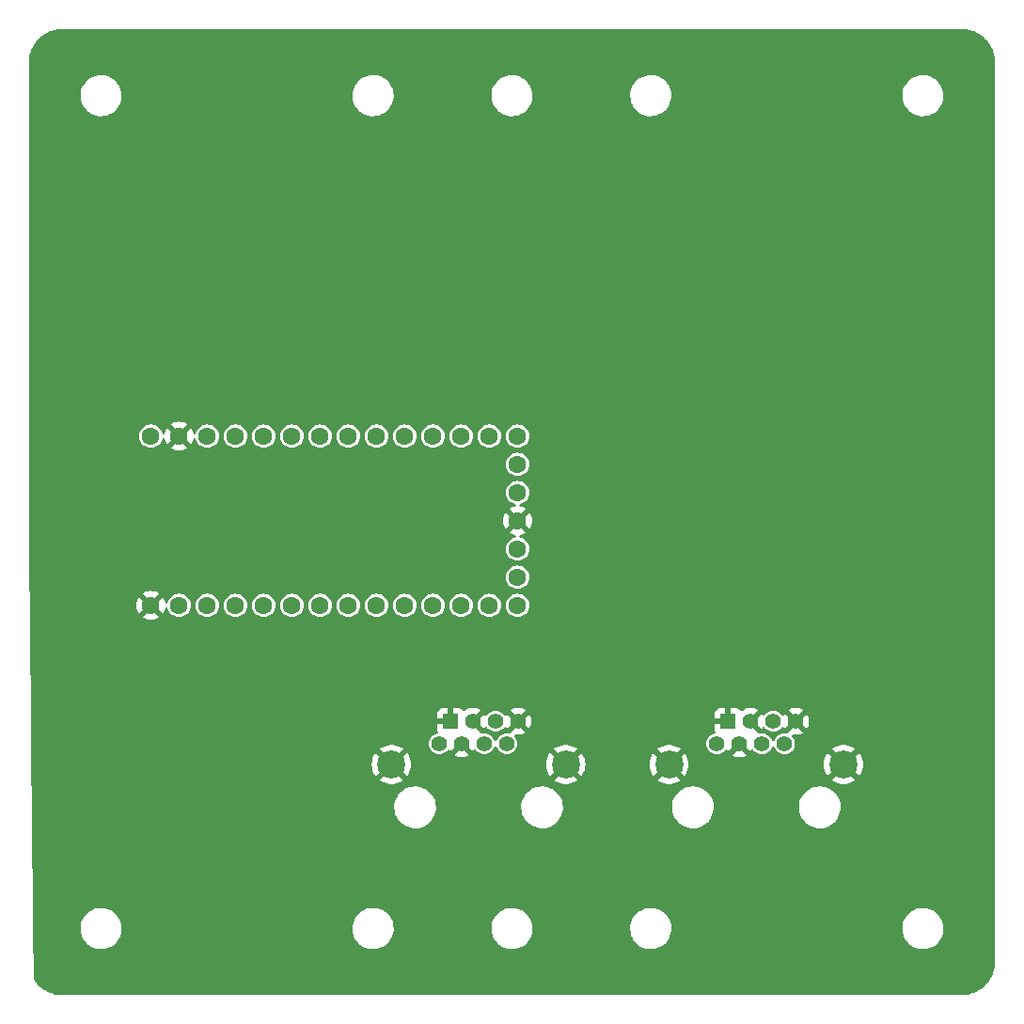
<source format=gbr>
%TF.GenerationSoftware,KiCad,Pcbnew,7.0.7-7.0.7~ubuntu20.04.1*%
%TF.CreationDate,2023-09-06T17:53:36-07:00*%
%TF.ProjectId,teensy-control-panel,7465656e-7379-42d6-936f-6e74726f6c2d,rev?*%
%TF.SameCoordinates,Original*%
%TF.FileFunction,Copper,L2,Bot*%
%TF.FilePolarity,Positive*%
%FSLAX46Y46*%
G04 Gerber Fmt 4.6, Leading zero omitted, Abs format (unit mm)*
G04 Created by KiCad (PCBNEW 7.0.7-7.0.7~ubuntu20.04.1) date 2023-09-06 17:53:36*
%MOMM*%
%LPD*%
G01*
G04 APERTURE LIST*
%TA.AperFunction,ComponentPad*%
%ADD10C,1.600000*%
%TD*%
%TA.AperFunction,ComponentPad*%
%ADD11C,2.520000*%
%TD*%
%TA.AperFunction,ComponentPad*%
%ADD12R,1.398000X1.398000*%
%TD*%
%TA.AperFunction,ComponentPad*%
%ADD13C,1.398000*%
%TD*%
%TA.AperFunction,ViaPad*%
%ADD14C,0.800000*%
%TD*%
G04 APERTURE END LIST*
D10*
%TO.P,U101,33,VIN*%
%TO.N,+VDC*%
X57490000Y-85160000D03*
%TO.P,U101,32,GND*%
%TO.N,GND*%
X60030000Y-85160000D03*
%TO.P,U101,31,3V3*%
%TO.N,+3.3V*%
X62570000Y-85160000D03*
%TO.P,U101,30,23_A9_CRX1_MCLK1*%
%TO.N,A9*%
X65110000Y-85160000D03*
%TO.P,U101,29,22_A8_CTX1*%
%TO.N,A8*%
X67650000Y-85160000D03*
%TO.P,U101,28,21_A7_RX5_BCLK1*%
%TO.N,A7*%
X70190000Y-85160000D03*
%TO.P,U101,27,20_A6_TX5_LRCLK1*%
%TO.N,A6*%
X72730000Y-85160000D03*
%TO.P,U101,26,19_A5_SCL0*%
%TO.N,A5*%
X75270000Y-85160000D03*
%TO.P,U101,25,18_A4_SDA0*%
%TO.N,A4*%
X77810000Y-85160000D03*
%TO.P,U101,24,17_A3_TX4_SDA1*%
%TO.N,SDA*%
X80350000Y-85160000D03*
%TO.P,U101,23,16_A2_RX4_SCL1*%
%TO.N,SCL*%
X82890000Y-85160000D03*
%TO.P,U101,22,15_A1_RX3_SPDIF_IN*%
%TO.N,A1*%
X85430000Y-85160000D03*
%TO.P,U101,21,14_A0_TX3_SPDIF_OUT*%
%TO.N,A0*%
X87970000Y-85160000D03*
%TO.P,U101,20,13_SCK_CRX1_LED*%
%TO.N,SW_0*%
X90510000Y-85160000D03*
%TO.P,U101,19,ON_OFF*%
%TO.N,unconnected-(U101-ON_OFF-Pad19)*%
X90510000Y-87700000D03*
%TO.P,U101,18,PROGRAM*%
%TO.N,PGRM*%
X90510000Y-90240000D03*
%TO.P,U101,17,GND*%
%TO.N,GND*%
X90510000Y-92780000D03*
%TO.P,U101,16,3V3*%
%TO.N,unconnected-(U101-3V3-Pad16)*%
X90510000Y-95320000D03*
%TO.P,U101,15,VBAT*%
%TO.N,unconnected-(U101-VBAT-Pad15)*%
X90510000Y-97860000D03*
%TO.P,U101,14,12_MISO_MQSL*%
%TO.N,SW_1*%
X90510000Y-100400000D03*
%TO.P,U101,13,11_MOSI_CTX1*%
%TO.N,SW_2*%
X87970000Y-100400000D03*
%TO.P,U101,12,10_CS_MQSR*%
%TO.N,D10*%
X85430000Y-100400000D03*
%TO.P,U101,11,9_OUT1C*%
%TO.N,D9*%
X82890000Y-100400000D03*
%TO.P,U101,10,8_TX2_IN1*%
%TO.N,D8*%
X80350000Y-100400000D03*
%TO.P,U101,9,7_RX2_OUT1A*%
%TO.N,D7*%
X77810000Y-100400000D03*
%TO.P,U101,8,6_OUT1D*%
%TO.N,D6*%
X75270000Y-100400000D03*
%TO.P,U101,7,5_IN2*%
%TO.N,D5*%
X72730000Y-100400000D03*
%TO.P,U101,6,4_BCLK2*%
%TO.N,D4*%
X70190000Y-100400000D03*
%TO.P,U101,5,3_LRCLK2*%
%TO.N,D3*%
X67650000Y-100400000D03*
%TO.P,U101,4,2_OUT2*%
%TO.N,encoder_push*%
X65110000Y-100400000D03*
%TO.P,U101,3,1_TX1_CTX2_MISO1*%
%TO.N,encoder_B*%
X62570000Y-100400000D03*
%TO.P,U101,2,0_RX1_CRX2_CS1*%
%TO.N,encoder_A*%
X60030000Y-100400000D03*
%TO.P,U101,1,GND*%
%TO.N,GND*%
X57490000Y-100400000D03*
%TD*%
D11*
%TO.P,CO101,S*%
%TO.N,GND*%
X119850000Y-114725340D03*
X104150000Y-114725340D03*
D12*
%TO.P,CO101,Or\u002A*%
X109465000Y-110835340D03*
D13*
%TO.P,CO101,Or*%
%TO.N,D8*%
X108445000Y-112865340D03*
%TO.P,CO101,Gr\u002A*%
%TO.N,GND*%
X110475000Y-112865340D03*
%TO.P,CO101,Gr*%
%TO.N,D9*%
X113525000Y-110835340D03*
%TO.P,CO101,Br\u002A*%
%TO.N,GND*%
X115555000Y-110835340D03*
%TO.P,CO101,Br*%
%TO.N,D10*%
X114535000Y-112865340D03*
%TO.P,CO101,Bl\u002A*%
%TO.N,GND*%
X111495000Y-110835340D03*
%TO.P,CO101,Bl*%
%TO.N,D7*%
X112505000Y-112865340D03*
%TD*%
D11*
%TO.P,CO102,S*%
%TO.N,GND*%
X94850000Y-114725340D03*
X79150000Y-114725340D03*
D12*
%TO.P,CO102,Or\u002A*%
X84465000Y-110835340D03*
D13*
%TO.P,CO102,Or*%
%TO.N,D4*%
X83445000Y-112865340D03*
%TO.P,CO102,Gr\u002A*%
%TO.N,GND*%
X85475000Y-112865340D03*
%TO.P,CO102,Gr*%
%TO.N,D5*%
X88525000Y-110835340D03*
%TO.P,CO102,Br\u002A*%
%TO.N,GND*%
X90555000Y-110835340D03*
%TO.P,CO102,Br*%
%TO.N,D6*%
X89535000Y-112865340D03*
%TO.P,CO102,Bl\u002A*%
%TO.N,GND*%
X86495000Y-110835340D03*
%TO.P,CO102,Bl*%
%TO.N,D3*%
X87505000Y-112865340D03*
%TD*%
D14*
%TO.N,GND*%
X75600000Y-69800000D03*
X98600000Y-69200000D03*
X108600000Y-69400000D03*
X116800000Y-70400000D03*
X127200000Y-70600000D03*
X71400000Y-69800000D03*
X66600000Y-70600000D03*
X57400000Y-70600000D03*
X67400000Y-110800000D03*
X61400000Y-110800000D03*
X107250000Y-98750000D03*
X121000000Y-98750000D03*
X121000000Y-88750000D03*
X107000000Y-88500000D03*
X127000000Y-66500000D03*
X117000000Y-66500000D03*
X107000000Y-66750000D03*
X97000000Y-66750000D03*
X86750000Y-66750000D03*
X77250000Y-66250000D03*
X67000000Y-66750000D03*
X57000000Y-66500000D03*
X93000000Y-78500000D03*
X87000000Y-74500000D03*
%TD*%
%TA.AperFunction,Conductor*%
%TO.N,GND*%
G36*
X87053408Y-111041435D02*
G01*
X87064439Y-111051226D01*
X87503147Y-111489934D01*
X87518776Y-111469238D01*
X87518780Y-111469231D01*
X87545996Y-111414573D01*
X87593498Y-111363336D01*
X87661160Y-111345913D01*
X87727501Y-111367837D01*
X87752850Y-111391178D01*
X87850353Y-111509986D01*
X87994932Y-111628639D01*
X87994939Y-111628643D01*
X88159879Y-111716806D01*
X88159881Y-111716806D01*
X88159884Y-111716808D01*
X88338865Y-111771101D01*
X88338864Y-111771101D01*
X88357196Y-111772906D01*
X88525000Y-111789434D01*
X88711135Y-111771101D01*
X88890116Y-111716808D01*
X89055066Y-111628640D01*
X89199646Y-111509986D01*
X89297149Y-111391178D01*
X89354894Y-111351844D01*
X89424739Y-111349973D01*
X89484507Y-111386160D01*
X89504002Y-111414571D01*
X89531224Y-111469240D01*
X89546851Y-111489934D01*
X89983372Y-111053413D01*
X90044695Y-111019928D01*
X90114386Y-111024912D01*
X90167999Y-111063780D01*
X90248905Y-111165232D01*
X90321322Y-111214605D01*
X90365624Y-111268634D01*
X90373682Y-111338038D01*
X90342940Y-111400780D01*
X90339151Y-111404740D01*
X89888651Y-111855239D01*
X89885978Y-111870803D01*
X89838797Y-111922337D01*
X89771245Y-111940182D01*
X89738640Y-111934889D01*
X89721135Y-111929579D01*
X89721133Y-111929578D01*
X89721135Y-111929578D01*
X89535000Y-111911246D01*
X89348866Y-111929578D01*
X89169879Y-111983873D01*
X89004939Y-112072036D01*
X89004932Y-112072040D01*
X88860353Y-112190693D01*
X88741700Y-112335272D01*
X88741696Y-112335279D01*
X88653532Y-112500222D01*
X88638660Y-112549249D01*
X88600363Y-112607687D01*
X88536550Y-112636144D01*
X88467484Y-112625583D01*
X88415090Y-112579358D01*
X88401340Y-112549249D01*
X88386467Y-112500222D01*
X88298303Y-112335279D01*
X88298299Y-112335272D01*
X88179646Y-112190693D01*
X88035067Y-112072040D01*
X88035060Y-112072036D01*
X87870120Y-111983873D01*
X87780625Y-111956725D01*
X87691135Y-111929579D01*
X87691133Y-111929578D01*
X87691135Y-111929578D01*
X87505000Y-111911246D01*
X87318864Y-111929578D01*
X87318858Y-111929580D01*
X87311717Y-111931746D01*
X87241850Y-111932366D01*
X87182739Y-111895115D01*
X87166514Y-111860406D01*
X86713311Y-111407204D01*
X86679826Y-111345881D01*
X86684810Y-111276190D01*
X86726681Y-111220256D01*
X86747192Y-111207803D01*
X86748509Y-111207169D01*
X86846844Y-111115927D01*
X86869372Y-111076906D01*
X86919936Y-111028692D01*
X86988543Y-111015468D01*
X87053408Y-111041435D01*
G37*
%TD.AperFunction*%
%TA.AperFunction,Conductor*%
G36*
X112053408Y-111041435D02*
G01*
X112064439Y-111051226D01*
X112503147Y-111489934D01*
X112518776Y-111469238D01*
X112518780Y-111469231D01*
X112545996Y-111414573D01*
X112593498Y-111363336D01*
X112661160Y-111345913D01*
X112727501Y-111367837D01*
X112752850Y-111391178D01*
X112850353Y-111509986D01*
X112994932Y-111628639D01*
X112994939Y-111628643D01*
X113159879Y-111716806D01*
X113159881Y-111716806D01*
X113159884Y-111716808D01*
X113338865Y-111771101D01*
X113338864Y-111771101D01*
X113357196Y-111772906D01*
X113525000Y-111789434D01*
X113711135Y-111771101D01*
X113890116Y-111716808D01*
X114055066Y-111628640D01*
X114199646Y-111509986D01*
X114297149Y-111391178D01*
X114354894Y-111351844D01*
X114424739Y-111349973D01*
X114484507Y-111386160D01*
X114504002Y-111414571D01*
X114531224Y-111469240D01*
X114546851Y-111489934D01*
X114983372Y-111053413D01*
X115044695Y-111019928D01*
X115114386Y-111024912D01*
X115167999Y-111063780D01*
X115248905Y-111165232D01*
X115321322Y-111214605D01*
X115365624Y-111268634D01*
X115373682Y-111338038D01*
X115342940Y-111400780D01*
X115339151Y-111404740D01*
X114888651Y-111855239D01*
X114885978Y-111870803D01*
X114838797Y-111922337D01*
X114771245Y-111940182D01*
X114738640Y-111934889D01*
X114721135Y-111929579D01*
X114721133Y-111929578D01*
X114721135Y-111929578D01*
X114551688Y-111912889D01*
X114535000Y-111911246D01*
X114534999Y-111911246D01*
X114348866Y-111929578D01*
X114169879Y-111983873D01*
X114004939Y-112072036D01*
X114004932Y-112072040D01*
X113860353Y-112190693D01*
X113741700Y-112335272D01*
X113741696Y-112335279D01*
X113653532Y-112500222D01*
X113638660Y-112549249D01*
X113600363Y-112607687D01*
X113536550Y-112636144D01*
X113467484Y-112625583D01*
X113415090Y-112579358D01*
X113401340Y-112549249D01*
X113386467Y-112500222D01*
X113298303Y-112335279D01*
X113298299Y-112335272D01*
X113179646Y-112190693D01*
X113035067Y-112072040D01*
X113035060Y-112072036D01*
X112870120Y-111983873D01*
X112780625Y-111956725D01*
X112691135Y-111929579D01*
X112691133Y-111929578D01*
X112691135Y-111929578D01*
X112505000Y-111911246D01*
X112318864Y-111929578D01*
X112318858Y-111929580D01*
X112311717Y-111931746D01*
X112241850Y-111932366D01*
X112182739Y-111895115D01*
X112166514Y-111860406D01*
X111713311Y-111407204D01*
X111679826Y-111345881D01*
X111684810Y-111276190D01*
X111726681Y-111220256D01*
X111747192Y-111207803D01*
X111748509Y-111207169D01*
X111846844Y-111115927D01*
X111869372Y-111076906D01*
X111919936Y-111028692D01*
X111988543Y-111015468D01*
X112053408Y-111041435D01*
G37*
%TD.AperFunction*%
%TA.AperFunction,Conductor*%
G36*
X130501619Y-48500584D02*
G01*
X130633628Y-48507503D01*
X130817027Y-48517803D01*
X130823212Y-48518465D01*
X130975647Y-48542608D01*
X131138194Y-48570226D01*
X131143811Y-48571453D01*
X131296693Y-48612418D01*
X131389122Y-48639046D01*
X131451724Y-48657082D01*
X131456759Y-48658769D01*
X131606183Y-48716127D01*
X131754007Y-48777358D01*
X131758412Y-48779388D01*
X131824180Y-48812899D01*
X131901921Y-48852511D01*
X131977428Y-48894241D01*
X132041480Y-48929641D01*
X132045215Y-48931882D01*
X132119487Y-48980115D01*
X132180872Y-49019980D01*
X132268357Y-49082053D01*
X132310764Y-49112142D01*
X132313886Y-49114510D01*
X132438748Y-49215621D01*
X132441034Y-49217567D01*
X132558721Y-49322738D01*
X132561248Y-49325128D01*
X132674870Y-49438750D01*
X132677260Y-49441277D01*
X132782431Y-49558964D01*
X132784385Y-49561260D01*
X132885480Y-49686102D01*
X132887862Y-49689243D01*
X132980019Y-49819127D01*
X133033758Y-49901875D01*
X133068106Y-49954767D01*
X133070364Y-49958531D01*
X133147488Y-50098078D01*
X133220604Y-50241575D01*
X133222643Y-50245997D01*
X133283877Y-50393829D01*
X133341221Y-50543217D01*
X133342916Y-50548273D01*
X133387579Y-50703297D01*
X133428541Y-50856171D01*
X133429778Y-50861835D01*
X133457394Y-51024369D01*
X133481530Y-51176758D01*
X133482196Y-51182985D01*
X133492509Y-51366617D01*
X133499415Y-51498377D01*
X133499500Y-51501623D01*
X133499500Y-132498376D01*
X133499415Y-132501622D01*
X133492509Y-132633382D01*
X133482196Y-132817013D01*
X133481530Y-132823240D01*
X133457394Y-132975630D01*
X133429778Y-133138163D01*
X133428541Y-133143827D01*
X133387579Y-133296702D01*
X133342916Y-133451725D01*
X133341221Y-133456781D01*
X133283877Y-133606170D01*
X133222643Y-133754001D01*
X133220604Y-133758423D01*
X133147488Y-133901921D01*
X133070364Y-134041467D01*
X133068097Y-134045246D01*
X132980019Y-134180872D01*
X132887862Y-134310755D01*
X132885480Y-134313896D01*
X132784385Y-134438738D01*
X132782431Y-134441034D01*
X132677260Y-134558721D01*
X132674870Y-134561248D01*
X132561248Y-134674870D01*
X132558721Y-134677260D01*
X132441034Y-134782431D01*
X132438738Y-134784385D01*
X132313896Y-134885480D01*
X132310755Y-134887862D01*
X132180872Y-134980019D01*
X132045246Y-135068097D01*
X132041467Y-135070364D01*
X131901921Y-135147488D01*
X131758423Y-135220604D01*
X131754001Y-135222643D01*
X131606170Y-135283877D01*
X131456781Y-135341221D01*
X131451725Y-135342916D01*
X131296702Y-135387579D01*
X131143827Y-135428541D01*
X131138163Y-135429778D01*
X130975630Y-135457394D01*
X130823240Y-135481530D01*
X130817013Y-135482196D01*
X130633382Y-135492509D01*
X130501622Y-135499415D01*
X130498376Y-135499500D01*
X49501624Y-135499500D01*
X49498378Y-135499415D01*
X49366617Y-135492509D01*
X49182985Y-135482196D01*
X49176758Y-135481530D01*
X49024369Y-135457394D01*
X48861835Y-135429778D01*
X48856171Y-135428541D01*
X48703297Y-135387579D01*
X48548273Y-135342916D01*
X48543217Y-135341221D01*
X48393829Y-135283877D01*
X48245997Y-135222643D01*
X48241575Y-135220604D01*
X48098078Y-135147488D01*
X47958531Y-135070364D01*
X47954767Y-135068106D01*
X47901875Y-135033758D01*
X47819127Y-134980019D01*
X47689243Y-134887862D01*
X47686102Y-134885480D01*
X47561260Y-134784385D01*
X47558964Y-134782431D01*
X47441277Y-134677260D01*
X47438750Y-134674870D01*
X47325128Y-134561248D01*
X47322738Y-134558721D01*
X47217567Y-134441034D01*
X47215613Y-134438738D01*
X47176848Y-134390867D01*
X47114510Y-134313886D01*
X47112136Y-134310755D01*
X47019979Y-134180872D01*
X46931892Y-134045230D01*
X46929634Y-134041467D01*
X46927884Y-134038301D01*
X46912421Y-133979533D01*
X46869588Y-129567763D01*
X51145787Y-129567763D01*
X51175413Y-129837013D01*
X51175415Y-129837024D01*
X51243926Y-130099082D01*
X51243928Y-130099088D01*
X51349870Y-130348390D01*
X51421998Y-130466575D01*
X51490979Y-130579605D01*
X51490986Y-130579615D01*
X51664253Y-130787819D01*
X51664259Y-130787824D01*
X51865998Y-130968582D01*
X52091910Y-131118044D01*
X52337176Y-131233020D01*
X52337183Y-131233022D01*
X52337185Y-131233023D01*
X52596557Y-131311057D01*
X52596564Y-131311058D01*
X52596569Y-131311060D01*
X52864561Y-131350500D01*
X52864566Y-131350500D01*
X53067636Y-131350500D01*
X53119133Y-131346730D01*
X53270156Y-131335677D01*
X53382758Y-131310593D01*
X53534546Y-131276782D01*
X53534548Y-131276781D01*
X53534553Y-131276780D01*
X53787558Y-131180014D01*
X54023777Y-131047441D01*
X54238177Y-130881888D01*
X54426186Y-130686881D01*
X54583799Y-130466579D01*
X54657787Y-130322669D01*
X54707649Y-130225690D01*
X54707651Y-130225684D01*
X54707656Y-130225675D01*
X54795118Y-129969305D01*
X54844319Y-129702933D01*
X54849259Y-129567763D01*
X75645787Y-129567763D01*
X75675413Y-129837013D01*
X75675415Y-129837024D01*
X75743926Y-130099082D01*
X75743928Y-130099088D01*
X75849870Y-130348390D01*
X75921998Y-130466575D01*
X75990979Y-130579605D01*
X75990986Y-130579615D01*
X76164253Y-130787819D01*
X76164259Y-130787824D01*
X76365998Y-130968582D01*
X76591910Y-131118044D01*
X76837176Y-131233020D01*
X76837183Y-131233022D01*
X76837185Y-131233023D01*
X77096557Y-131311057D01*
X77096564Y-131311058D01*
X77096569Y-131311060D01*
X77364561Y-131350500D01*
X77364566Y-131350500D01*
X77567636Y-131350500D01*
X77619133Y-131346730D01*
X77770156Y-131335677D01*
X77882758Y-131310593D01*
X78034546Y-131276782D01*
X78034548Y-131276781D01*
X78034553Y-131276780D01*
X78287558Y-131180014D01*
X78523777Y-131047441D01*
X78738177Y-130881888D01*
X78926186Y-130686881D01*
X79083799Y-130466579D01*
X79157787Y-130322669D01*
X79207649Y-130225690D01*
X79207651Y-130225684D01*
X79207656Y-130225675D01*
X79295118Y-129969305D01*
X79344319Y-129702933D01*
X79349259Y-129567763D01*
X88145787Y-129567763D01*
X88175413Y-129837013D01*
X88175415Y-129837024D01*
X88243926Y-130099082D01*
X88243928Y-130099088D01*
X88349870Y-130348390D01*
X88421998Y-130466575D01*
X88490979Y-130579605D01*
X88490986Y-130579615D01*
X88664253Y-130787819D01*
X88664259Y-130787824D01*
X88865998Y-130968582D01*
X89091910Y-131118044D01*
X89337176Y-131233020D01*
X89337183Y-131233022D01*
X89337185Y-131233023D01*
X89596557Y-131311057D01*
X89596564Y-131311058D01*
X89596569Y-131311060D01*
X89864561Y-131350500D01*
X89864566Y-131350500D01*
X90067636Y-131350500D01*
X90119133Y-131346730D01*
X90270156Y-131335677D01*
X90382758Y-131310593D01*
X90534546Y-131276782D01*
X90534548Y-131276781D01*
X90534553Y-131276780D01*
X90787558Y-131180014D01*
X91023777Y-131047441D01*
X91238177Y-130881888D01*
X91426186Y-130686881D01*
X91583799Y-130466579D01*
X91657787Y-130322669D01*
X91707649Y-130225690D01*
X91707651Y-130225684D01*
X91707656Y-130225675D01*
X91795118Y-129969305D01*
X91844319Y-129702933D01*
X91849259Y-129567763D01*
X100645787Y-129567763D01*
X100675413Y-129837013D01*
X100675415Y-129837024D01*
X100743926Y-130099082D01*
X100743928Y-130099088D01*
X100849870Y-130348390D01*
X100921998Y-130466575D01*
X100990979Y-130579605D01*
X100990986Y-130579615D01*
X101164253Y-130787819D01*
X101164259Y-130787824D01*
X101365998Y-130968582D01*
X101591910Y-131118044D01*
X101837176Y-131233020D01*
X101837183Y-131233022D01*
X101837185Y-131233023D01*
X102096557Y-131311057D01*
X102096564Y-131311058D01*
X102096569Y-131311060D01*
X102364561Y-131350500D01*
X102364566Y-131350500D01*
X102567636Y-131350500D01*
X102619133Y-131346730D01*
X102770156Y-131335677D01*
X102882758Y-131310593D01*
X103034546Y-131276782D01*
X103034548Y-131276781D01*
X103034553Y-131276780D01*
X103287558Y-131180014D01*
X103523777Y-131047441D01*
X103738177Y-130881888D01*
X103926186Y-130686881D01*
X104083799Y-130466579D01*
X104157787Y-130322669D01*
X104207649Y-130225690D01*
X104207651Y-130225684D01*
X104207656Y-130225675D01*
X104295118Y-129969305D01*
X104344319Y-129702933D01*
X104349259Y-129567763D01*
X125145787Y-129567763D01*
X125175413Y-129837013D01*
X125175415Y-129837024D01*
X125243926Y-130099082D01*
X125243928Y-130099088D01*
X125349870Y-130348390D01*
X125421998Y-130466575D01*
X125490979Y-130579605D01*
X125490986Y-130579615D01*
X125664253Y-130787819D01*
X125664259Y-130787824D01*
X125865998Y-130968582D01*
X126091910Y-131118044D01*
X126337176Y-131233020D01*
X126337183Y-131233022D01*
X126337185Y-131233023D01*
X126596557Y-131311057D01*
X126596564Y-131311058D01*
X126596569Y-131311060D01*
X126864561Y-131350500D01*
X126864566Y-131350500D01*
X127067636Y-131350500D01*
X127119133Y-131346730D01*
X127270156Y-131335677D01*
X127382758Y-131310593D01*
X127534546Y-131276782D01*
X127534548Y-131276781D01*
X127534553Y-131276780D01*
X127787558Y-131180014D01*
X128023777Y-131047441D01*
X128238177Y-130881888D01*
X128426186Y-130686881D01*
X128583799Y-130466579D01*
X128657787Y-130322669D01*
X128707649Y-130225690D01*
X128707651Y-130225684D01*
X128707656Y-130225675D01*
X128795118Y-129969305D01*
X128844319Y-129702933D01*
X128854212Y-129432235D01*
X128824586Y-129162982D01*
X128756072Y-128900912D01*
X128650130Y-128651610D01*
X128509018Y-128420390D01*
X128419747Y-128313119D01*
X128335746Y-128212180D01*
X128335740Y-128212175D01*
X128134002Y-128031418D01*
X127908092Y-127881957D01*
X127908090Y-127881956D01*
X127662824Y-127766980D01*
X127662819Y-127766978D01*
X127662814Y-127766976D01*
X127403442Y-127688942D01*
X127403428Y-127688939D01*
X127287791Y-127671921D01*
X127135439Y-127649500D01*
X126932369Y-127649500D01*
X126932364Y-127649500D01*
X126729844Y-127664323D01*
X126729831Y-127664325D01*
X126465453Y-127723217D01*
X126465446Y-127723220D01*
X126212439Y-127819987D01*
X125976226Y-127952557D01*
X125761822Y-128118112D01*
X125573822Y-128313109D01*
X125573816Y-128313116D01*
X125416202Y-128533419D01*
X125416199Y-128533424D01*
X125292350Y-128774309D01*
X125292343Y-128774327D01*
X125204884Y-129030685D01*
X125204881Y-129030699D01*
X125155681Y-129297068D01*
X125155680Y-129297075D01*
X125145787Y-129567763D01*
X104349259Y-129567763D01*
X104354212Y-129432235D01*
X104324586Y-129162982D01*
X104256072Y-128900912D01*
X104150130Y-128651610D01*
X104009018Y-128420390D01*
X103919747Y-128313119D01*
X103835746Y-128212180D01*
X103835740Y-128212175D01*
X103634002Y-128031418D01*
X103408092Y-127881957D01*
X103408090Y-127881956D01*
X103162824Y-127766980D01*
X103162819Y-127766978D01*
X103162814Y-127766976D01*
X102903442Y-127688942D01*
X102903428Y-127688939D01*
X102787791Y-127671921D01*
X102635439Y-127649500D01*
X102432369Y-127649500D01*
X102432364Y-127649500D01*
X102229844Y-127664323D01*
X102229831Y-127664325D01*
X101965453Y-127723217D01*
X101965446Y-127723220D01*
X101712439Y-127819987D01*
X101476226Y-127952557D01*
X101261822Y-128118112D01*
X101073822Y-128313109D01*
X101073816Y-128313116D01*
X100916202Y-128533419D01*
X100916199Y-128533424D01*
X100792350Y-128774309D01*
X100792343Y-128774327D01*
X100704884Y-129030685D01*
X100704881Y-129030699D01*
X100655681Y-129297068D01*
X100655680Y-129297075D01*
X100645787Y-129567763D01*
X91849259Y-129567763D01*
X91854212Y-129432235D01*
X91824586Y-129162982D01*
X91756072Y-128900912D01*
X91650130Y-128651610D01*
X91509018Y-128420390D01*
X91419747Y-128313119D01*
X91335746Y-128212180D01*
X91335740Y-128212175D01*
X91134002Y-128031418D01*
X90908092Y-127881957D01*
X90908090Y-127881956D01*
X90662824Y-127766980D01*
X90662819Y-127766978D01*
X90662814Y-127766976D01*
X90403442Y-127688942D01*
X90403428Y-127688939D01*
X90287791Y-127671921D01*
X90135439Y-127649500D01*
X89932369Y-127649500D01*
X89932364Y-127649500D01*
X89729844Y-127664323D01*
X89729831Y-127664325D01*
X89465453Y-127723217D01*
X89465446Y-127723220D01*
X89212439Y-127819987D01*
X88976226Y-127952557D01*
X88761822Y-128118112D01*
X88573822Y-128313109D01*
X88573816Y-128313116D01*
X88416202Y-128533419D01*
X88416199Y-128533424D01*
X88292350Y-128774309D01*
X88292343Y-128774327D01*
X88204884Y-129030685D01*
X88204881Y-129030699D01*
X88155681Y-129297068D01*
X88155680Y-129297075D01*
X88145787Y-129567763D01*
X79349259Y-129567763D01*
X79354212Y-129432235D01*
X79324586Y-129162982D01*
X79256072Y-128900912D01*
X79150130Y-128651610D01*
X79009018Y-128420390D01*
X78919747Y-128313119D01*
X78835746Y-128212180D01*
X78835740Y-128212175D01*
X78634002Y-128031418D01*
X78408092Y-127881957D01*
X78408090Y-127881956D01*
X78162824Y-127766980D01*
X78162819Y-127766978D01*
X78162814Y-127766976D01*
X77903442Y-127688942D01*
X77903428Y-127688939D01*
X77787791Y-127671921D01*
X77635439Y-127649500D01*
X77432369Y-127649500D01*
X77432364Y-127649500D01*
X77229844Y-127664323D01*
X77229831Y-127664325D01*
X76965453Y-127723217D01*
X76965446Y-127723220D01*
X76712439Y-127819987D01*
X76476226Y-127952557D01*
X76261822Y-128118112D01*
X76073822Y-128313109D01*
X76073816Y-128313116D01*
X75916202Y-128533419D01*
X75916199Y-128533424D01*
X75792350Y-128774309D01*
X75792343Y-128774327D01*
X75704884Y-129030685D01*
X75704881Y-129030699D01*
X75655681Y-129297068D01*
X75655680Y-129297075D01*
X75645787Y-129567763D01*
X54849259Y-129567763D01*
X54854212Y-129432235D01*
X54824586Y-129162982D01*
X54756072Y-128900912D01*
X54650130Y-128651610D01*
X54509018Y-128420390D01*
X54419747Y-128313119D01*
X54335746Y-128212180D01*
X54335740Y-128212175D01*
X54134002Y-128031418D01*
X53908092Y-127881957D01*
X53908090Y-127881956D01*
X53662824Y-127766980D01*
X53662819Y-127766978D01*
X53662814Y-127766976D01*
X53403442Y-127688942D01*
X53403428Y-127688939D01*
X53287791Y-127671921D01*
X53135439Y-127649500D01*
X52932369Y-127649500D01*
X52932364Y-127649500D01*
X52729844Y-127664323D01*
X52729831Y-127664325D01*
X52465453Y-127723217D01*
X52465446Y-127723220D01*
X52212439Y-127819987D01*
X51976226Y-127952557D01*
X51761822Y-128118112D01*
X51573822Y-128313109D01*
X51573816Y-128313116D01*
X51416202Y-128533419D01*
X51416199Y-128533424D01*
X51292350Y-128774309D01*
X51292343Y-128774327D01*
X51204884Y-129030685D01*
X51204881Y-129030699D01*
X51155681Y-129297068D01*
X51155680Y-129297075D01*
X51145787Y-129567763D01*
X46869588Y-129567763D01*
X46763629Y-118654018D01*
X79405737Y-118654018D01*
X79435762Y-118926899D01*
X79435763Y-118926909D01*
X79505202Y-119192518D01*
X79505204Y-119192522D01*
X79612577Y-119445192D01*
X79755592Y-119679531D01*
X79755599Y-119679541D01*
X79931199Y-119890547D01*
X79931204Y-119890552D01*
X79931209Y-119890558D01*
X79931216Y-119890564D01*
X80135672Y-120073759D01*
X80135674Y-120073760D01*
X80135677Y-120073763D01*
X80364641Y-120225244D01*
X80613221Y-120341773D01*
X80876119Y-120420867D01*
X81147731Y-120460840D01*
X81147736Y-120460840D01*
X81353552Y-120460840D01*
X81405744Y-120457019D01*
X81558805Y-120445817D01*
X81826775Y-120386124D01*
X82083198Y-120288051D01*
X82322609Y-120153687D01*
X82539904Y-119985897D01*
X82730454Y-119788256D01*
X82890196Y-119564977D01*
X83015727Y-119320819D01*
X83104370Y-119060986D01*
X83154236Y-118791014D01*
X83159242Y-118654018D01*
X90835737Y-118654018D01*
X90865762Y-118926899D01*
X90865763Y-118926909D01*
X90935202Y-119192518D01*
X90935204Y-119192522D01*
X91042577Y-119445192D01*
X91185592Y-119679531D01*
X91185599Y-119679541D01*
X91361199Y-119890547D01*
X91361204Y-119890552D01*
X91361209Y-119890558D01*
X91361216Y-119890564D01*
X91565672Y-120073759D01*
X91565674Y-120073760D01*
X91565677Y-120073763D01*
X91794641Y-120225244D01*
X92043221Y-120341773D01*
X92306119Y-120420867D01*
X92577731Y-120460840D01*
X92577736Y-120460840D01*
X92783552Y-120460840D01*
X92835744Y-120457019D01*
X92988805Y-120445817D01*
X93256775Y-120386124D01*
X93513198Y-120288051D01*
X93752609Y-120153687D01*
X93969904Y-119985897D01*
X94160454Y-119788256D01*
X94320196Y-119564977D01*
X94445727Y-119320819D01*
X94534370Y-119060986D01*
X94584236Y-118791014D01*
X94589242Y-118654018D01*
X104405737Y-118654018D01*
X104435762Y-118926899D01*
X104435763Y-118926909D01*
X104505202Y-119192518D01*
X104505204Y-119192522D01*
X104612577Y-119445192D01*
X104755592Y-119679531D01*
X104755599Y-119679541D01*
X104931199Y-119890547D01*
X104931204Y-119890552D01*
X104931209Y-119890558D01*
X104931216Y-119890564D01*
X105135672Y-120073759D01*
X105135674Y-120073760D01*
X105135677Y-120073763D01*
X105364641Y-120225244D01*
X105613221Y-120341773D01*
X105876119Y-120420867D01*
X106147731Y-120460840D01*
X106147736Y-120460840D01*
X106353552Y-120460840D01*
X106405744Y-120457019D01*
X106558805Y-120445817D01*
X106826775Y-120386124D01*
X107083198Y-120288051D01*
X107322609Y-120153687D01*
X107539904Y-119985897D01*
X107730454Y-119788256D01*
X107890196Y-119564977D01*
X108015727Y-119320819D01*
X108104370Y-119060986D01*
X108154236Y-118791014D01*
X108159242Y-118654018D01*
X115835737Y-118654018D01*
X115865762Y-118926899D01*
X115865763Y-118926909D01*
X115935202Y-119192518D01*
X115935204Y-119192522D01*
X116042577Y-119445192D01*
X116185592Y-119679531D01*
X116185599Y-119679541D01*
X116361199Y-119890547D01*
X116361204Y-119890552D01*
X116361209Y-119890558D01*
X116361216Y-119890564D01*
X116565672Y-120073759D01*
X116565674Y-120073760D01*
X116565677Y-120073763D01*
X116794641Y-120225244D01*
X117043221Y-120341773D01*
X117306119Y-120420867D01*
X117577731Y-120460840D01*
X117577736Y-120460840D01*
X117783552Y-120460840D01*
X117835744Y-120457019D01*
X117988805Y-120445817D01*
X118256775Y-120386124D01*
X118513198Y-120288051D01*
X118752609Y-120153687D01*
X118969904Y-119985897D01*
X119160454Y-119788256D01*
X119320196Y-119564977D01*
X119445727Y-119320819D01*
X119534370Y-119060986D01*
X119584236Y-118791014D01*
X119594262Y-118516660D01*
X119564236Y-118243769D01*
X119494796Y-117978158D01*
X119387423Y-117725488D01*
X119244405Y-117491144D01*
X119242666Y-117489055D01*
X119068800Y-117280132D01*
X119068795Y-117280127D01*
X119068791Y-117280122D01*
X118962385Y-117184781D01*
X118864327Y-117096920D01*
X118864324Y-117096918D01*
X118864323Y-117096917D01*
X118635359Y-116945436D01*
X118386779Y-116828907D01*
X118239362Y-116784556D01*
X118123879Y-116749812D01*
X117990915Y-116730244D01*
X117852269Y-116709840D01*
X117646453Y-116709840D01*
X117646448Y-116709840D01*
X117441195Y-116724863D01*
X117441185Y-116724864D01*
X117173229Y-116784554D01*
X117173224Y-116784556D01*
X116916799Y-116882630D01*
X116677392Y-117016992D01*
X116677387Y-117016995D01*
X116460097Y-117184781D01*
X116460088Y-117184790D01*
X116269549Y-117382420D01*
X116269547Y-117382422D01*
X116109805Y-117605701D01*
X116109802Y-117605706D01*
X115984275Y-117849855D01*
X115984271Y-117849865D01*
X115895632Y-118109684D01*
X115895629Y-118109698D01*
X115845765Y-118379654D01*
X115845763Y-118379674D01*
X115835737Y-118654018D01*
X108159242Y-118654018D01*
X108164262Y-118516660D01*
X108134236Y-118243769D01*
X108064796Y-117978158D01*
X107957423Y-117725488D01*
X107814405Y-117491144D01*
X107812666Y-117489055D01*
X107638800Y-117280132D01*
X107638795Y-117280127D01*
X107638791Y-117280122D01*
X107532385Y-117184781D01*
X107434327Y-117096920D01*
X107434324Y-117096918D01*
X107434323Y-117096917D01*
X107205359Y-116945436D01*
X106956779Y-116828907D01*
X106809362Y-116784556D01*
X106693879Y-116749812D01*
X106560915Y-116730244D01*
X106422269Y-116709840D01*
X106216453Y-116709840D01*
X106216448Y-116709840D01*
X106011195Y-116724863D01*
X106011185Y-116724864D01*
X105743229Y-116784554D01*
X105743224Y-116784556D01*
X105486799Y-116882630D01*
X105247392Y-117016992D01*
X105247387Y-117016995D01*
X105030097Y-117184781D01*
X105030088Y-117184790D01*
X104839549Y-117382420D01*
X104839547Y-117382422D01*
X104679805Y-117605701D01*
X104679802Y-117605706D01*
X104554275Y-117849855D01*
X104554271Y-117849865D01*
X104465632Y-118109684D01*
X104465629Y-118109698D01*
X104415765Y-118379654D01*
X104415763Y-118379674D01*
X104405737Y-118654018D01*
X94589242Y-118654018D01*
X94594262Y-118516660D01*
X94564236Y-118243769D01*
X94494796Y-117978158D01*
X94387423Y-117725488D01*
X94244405Y-117491144D01*
X94242666Y-117489055D01*
X94068800Y-117280132D01*
X94068795Y-117280127D01*
X94068791Y-117280122D01*
X93962385Y-117184781D01*
X93864327Y-117096920D01*
X93864324Y-117096918D01*
X93864323Y-117096917D01*
X93635359Y-116945436D01*
X93386779Y-116828907D01*
X93239362Y-116784556D01*
X93123879Y-116749812D01*
X92990915Y-116730244D01*
X92852269Y-116709840D01*
X92646453Y-116709840D01*
X92646448Y-116709840D01*
X92441195Y-116724863D01*
X92441185Y-116724864D01*
X92173229Y-116784554D01*
X92173224Y-116784556D01*
X91916799Y-116882630D01*
X91677392Y-117016992D01*
X91677387Y-117016995D01*
X91460097Y-117184781D01*
X91460088Y-117184790D01*
X91269549Y-117382420D01*
X91269547Y-117382422D01*
X91109805Y-117605701D01*
X91109802Y-117605706D01*
X90984275Y-117849855D01*
X90984271Y-117849865D01*
X90895632Y-118109684D01*
X90895629Y-118109698D01*
X90845765Y-118379654D01*
X90845763Y-118379674D01*
X90835737Y-118654018D01*
X83159242Y-118654018D01*
X83164262Y-118516660D01*
X83134236Y-118243769D01*
X83064796Y-117978158D01*
X82957423Y-117725488D01*
X82814405Y-117491144D01*
X82812666Y-117489055D01*
X82638800Y-117280132D01*
X82638795Y-117280127D01*
X82638791Y-117280122D01*
X82532385Y-117184781D01*
X82434327Y-117096920D01*
X82434324Y-117096918D01*
X82434323Y-117096917D01*
X82205359Y-116945436D01*
X81956779Y-116828907D01*
X81809362Y-116784556D01*
X81693879Y-116749812D01*
X81560915Y-116730244D01*
X81422269Y-116709840D01*
X81216453Y-116709840D01*
X81216448Y-116709840D01*
X81011195Y-116724863D01*
X81011185Y-116724864D01*
X80743229Y-116784554D01*
X80743224Y-116784556D01*
X80486799Y-116882630D01*
X80247392Y-117016992D01*
X80247387Y-117016995D01*
X80030097Y-117184781D01*
X80030088Y-117184790D01*
X79839549Y-117382420D01*
X79839547Y-117382422D01*
X79679805Y-117605701D01*
X79679802Y-117605706D01*
X79554275Y-117849855D01*
X79554271Y-117849865D01*
X79465632Y-118109684D01*
X79465629Y-118109698D01*
X79415765Y-118379654D01*
X79415763Y-118379674D01*
X79405737Y-118654018D01*
X46763629Y-118654018D01*
X46725487Y-114725344D01*
X77385065Y-114725344D01*
X77404777Y-114988387D01*
X77463473Y-115245552D01*
X77463478Y-115245569D01*
X77559849Y-115491117D01*
X77691741Y-115719562D01*
X77740757Y-115781028D01*
X78296570Y-115225215D01*
X78357893Y-115191730D01*
X78427584Y-115196714D01*
X78478759Y-115232620D01*
X78512508Y-115272352D01*
X78568926Y-115338772D01*
X78638326Y-115391529D01*
X78679783Y-115447769D01*
X78684253Y-115517496D01*
X78650966Y-115577925D01*
X78093634Y-116135256D01*
X78267539Y-116253822D01*
X78267540Y-116253823D01*
X78505191Y-116368269D01*
X78505210Y-116368276D01*
X78757252Y-116446020D01*
X78757262Y-116446022D01*
X79018100Y-116485339D01*
X79018107Y-116485340D01*
X79281893Y-116485340D01*
X79281899Y-116485339D01*
X79542737Y-116446022D01*
X79542747Y-116446020D01*
X79794789Y-116368276D01*
X79794808Y-116368269D01*
X80032465Y-116253820D01*
X80206364Y-116135256D01*
X79652567Y-115581460D01*
X79619082Y-115520137D01*
X79624066Y-115450446D01*
X79658229Y-115404489D01*
X79656463Y-115402625D01*
X79793990Y-115272352D01*
X79813452Y-115243648D01*
X79867366Y-115199207D01*
X79936749Y-115190969D01*
X79999571Y-115221549D01*
X80003767Y-115225554D01*
X80559241Y-115781028D01*
X80608257Y-115719562D01*
X80740150Y-115491117D01*
X80836521Y-115245569D01*
X80836526Y-115245552D01*
X80895222Y-114988387D01*
X80914935Y-114725344D01*
X93085065Y-114725344D01*
X93104777Y-114988387D01*
X93163473Y-115245552D01*
X93163478Y-115245569D01*
X93259849Y-115491117D01*
X93391741Y-115719562D01*
X93440757Y-115781028D01*
X93996570Y-115225215D01*
X94057893Y-115191730D01*
X94127584Y-115196714D01*
X94178759Y-115232620D01*
X94212508Y-115272352D01*
X94268926Y-115338772D01*
X94338326Y-115391529D01*
X94379783Y-115447769D01*
X94384253Y-115517496D01*
X94350966Y-115577925D01*
X93793634Y-116135256D01*
X93967539Y-116253822D01*
X93967540Y-116253823D01*
X94205191Y-116368269D01*
X94205210Y-116368276D01*
X94457252Y-116446020D01*
X94457262Y-116446022D01*
X94718100Y-116485339D01*
X94718107Y-116485340D01*
X94981893Y-116485340D01*
X94981899Y-116485339D01*
X95242737Y-116446022D01*
X95242747Y-116446020D01*
X95494789Y-116368276D01*
X95494808Y-116368269D01*
X95732465Y-116253820D01*
X95906364Y-116135256D01*
X95352567Y-115581460D01*
X95319082Y-115520137D01*
X95324066Y-115450446D01*
X95358229Y-115404489D01*
X95356463Y-115402625D01*
X95493990Y-115272352D01*
X95513452Y-115243648D01*
X95567366Y-115199207D01*
X95636749Y-115190969D01*
X95699571Y-115221549D01*
X95703767Y-115225554D01*
X96259241Y-115781028D01*
X96308257Y-115719562D01*
X96440150Y-115491117D01*
X96536521Y-115245569D01*
X96536526Y-115245552D01*
X96595222Y-114988387D01*
X96614935Y-114725344D01*
X102385065Y-114725344D01*
X102404777Y-114988387D01*
X102463473Y-115245552D01*
X102463478Y-115245569D01*
X102559849Y-115491117D01*
X102691741Y-115719562D01*
X102740757Y-115781028D01*
X103296570Y-115225215D01*
X103357893Y-115191730D01*
X103427584Y-115196714D01*
X103478759Y-115232620D01*
X103512508Y-115272352D01*
X103568926Y-115338772D01*
X103638326Y-115391529D01*
X103679783Y-115447769D01*
X103684253Y-115517496D01*
X103650966Y-115577925D01*
X103093634Y-116135256D01*
X103267539Y-116253822D01*
X103267540Y-116253823D01*
X103505191Y-116368269D01*
X103505210Y-116368276D01*
X103757252Y-116446020D01*
X103757262Y-116446022D01*
X104018100Y-116485339D01*
X104018107Y-116485340D01*
X104281893Y-116485340D01*
X104281899Y-116485339D01*
X104542737Y-116446022D01*
X104542747Y-116446020D01*
X104794789Y-116368276D01*
X104794808Y-116368269D01*
X105032465Y-116253820D01*
X105206364Y-116135256D01*
X104652567Y-115581460D01*
X104619082Y-115520137D01*
X104624066Y-115450446D01*
X104658229Y-115404489D01*
X104656463Y-115402625D01*
X104793990Y-115272352D01*
X104813452Y-115243648D01*
X104867366Y-115199207D01*
X104936749Y-115190969D01*
X104999571Y-115221549D01*
X105003767Y-115225554D01*
X105559241Y-115781028D01*
X105608257Y-115719562D01*
X105740150Y-115491117D01*
X105836521Y-115245569D01*
X105836526Y-115245552D01*
X105895222Y-114988387D01*
X105914935Y-114725344D01*
X118085065Y-114725344D01*
X118104777Y-114988387D01*
X118163473Y-115245552D01*
X118163478Y-115245569D01*
X118259849Y-115491117D01*
X118391741Y-115719562D01*
X118440757Y-115781028D01*
X118996570Y-115225215D01*
X119057893Y-115191730D01*
X119127584Y-115196714D01*
X119178759Y-115232620D01*
X119212508Y-115272352D01*
X119268926Y-115338772D01*
X119338326Y-115391529D01*
X119379783Y-115447769D01*
X119384253Y-115517496D01*
X119350966Y-115577925D01*
X118793634Y-116135256D01*
X118967539Y-116253822D01*
X118967540Y-116253823D01*
X119205191Y-116368269D01*
X119205210Y-116368276D01*
X119457252Y-116446020D01*
X119457262Y-116446022D01*
X119718100Y-116485339D01*
X119718107Y-116485340D01*
X119981893Y-116485340D01*
X119981899Y-116485339D01*
X120242737Y-116446022D01*
X120242747Y-116446020D01*
X120494789Y-116368276D01*
X120494808Y-116368269D01*
X120732465Y-116253820D01*
X120906364Y-116135256D01*
X120352567Y-115581460D01*
X120319082Y-115520137D01*
X120324066Y-115450446D01*
X120358229Y-115404489D01*
X120356463Y-115402625D01*
X120493990Y-115272352D01*
X120513452Y-115243648D01*
X120567366Y-115199207D01*
X120636749Y-115190969D01*
X120699571Y-115221549D01*
X120703767Y-115225554D01*
X121259241Y-115781028D01*
X121308257Y-115719562D01*
X121440150Y-115491117D01*
X121536521Y-115245569D01*
X121536526Y-115245552D01*
X121595222Y-114988387D01*
X121614935Y-114725344D01*
X121614935Y-114725335D01*
X121595222Y-114462292D01*
X121536526Y-114205127D01*
X121536521Y-114205110D01*
X121440150Y-113959562D01*
X121308258Y-113731117D01*
X121259240Y-113669651D01*
X120703428Y-114225463D01*
X120642105Y-114258948D01*
X120572413Y-114253964D01*
X120521239Y-114218058D01*
X120431074Y-114111908D01*
X120361672Y-114059150D01*
X120320214Y-114002909D01*
X120315745Y-113933182D01*
X120349032Y-113872753D01*
X120906364Y-113315422D01*
X120732461Y-113196857D01*
X120732460Y-113196856D01*
X120494808Y-113082410D01*
X120494789Y-113082403D01*
X120242747Y-113004659D01*
X120242737Y-113004657D01*
X119981899Y-112965340D01*
X119718100Y-112965340D01*
X119457262Y-113004657D01*
X119457252Y-113004659D01*
X119205210Y-113082403D01*
X119205191Y-113082410D01*
X118967540Y-113196856D01*
X118967532Y-113196861D01*
X118793634Y-113315422D01*
X119347431Y-113869219D01*
X119380916Y-113930542D01*
X119375932Y-114000234D01*
X119341790Y-114046210D01*
X119343537Y-114048055D01*
X119206007Y-114178329D01*
X119206004Y-114178333D01*
X119186544Y-114207034D01*
X119132629Y-114251474D01*
X119063246Y-114259710D01*
X119000425Y-114229127D01*
X118996232Y-114225125D01*
X118440758Y-113669651D01*
X118391738Y-113731121D01*
X118259849Y-113959562D01*
X118163478Y-114205110D01*
X118163473Y-114205127D01*
X118104777Y-114462292D01*
X118085065Y-114725335D01*
X118085065Y-114725344D01*
X105914935Y-114725344D01*
X105914935Y-114725335D01*
X105895222Y-114462292D01*
X105836526Y-114205127D01*
X105836521Y-114205110D01*
X105740150Y-113959562D01*
X105608258Y-113731117D01*
X105559240Y-113669651D01*
X105003428Y-114225463D01*
X104942105Y-114258948D01*
X104872413Y-114253964D01*
X104821239Y-114218058D01*
X104731074Y-114111908D01*
X104661672Y-114059150D01*
X104620214Y-114002909D01*
X104615745Y-113933182D01*
X104649032Y-113872753D01*
X105206364Y-113315422D01*
X105032461Y-113196857D01*
X105032460Y-113196856D01*
X104794808Y-113082410D01*
X104794789Y-113082403D01*
X104542747Y-113004659D01*
X104542737Y-113004657D01*
X104281899Y-112965340D01*
X104018100Y-112965340D01*
X103757262Y-113004657D01*
X103757252Y-113004659D01*
X103505210Y-113082403D01*
X103505191Y-113082410D01*
X103267540Y-113196856D01*
X103267532Y-113196861D01*
X103093634Y-113315422D01*
X103647431Y-113869219D01*
X103680916Y-113930542D01*
X103675932Y-114000234D01*
X103641790Y-114046210D01*
X103643537Y-114048055D01*
X103506007Y-114178329D01*
X103506004Y-114178333D01*
X103486544Y-114207034D01*
X103432629Y-114251474D01*
X103363246Y-114259710D01*
X103300425Y-114229127D01*
X103296232Y-114225125D01*
X102740758Y-113669651D01*
X102691738Y-113731121D01*
X102559849Y-113959562D01*
X102463478Y-114205110D01*
X102463473Y-114205127D01*
X102404777Y-114462292D01*
X102385065Y-114725335D01*
X102385065Y-114725344D01*
X96614935Y-114725344D01*
X96614935Y-114725335D01*
X96595222Y-114462292D01*
X96536526Y-114205127D01*
X96536521Y-114205110D01*
X96440150Y-113959562D01*
X96308258Y-113731117D01*
X96259240Y-113669651D01*
X95703428Y-114225463D01*
X95642105Y-114258948D01*
X95572413Y-114253964D01*
X95521239Y-114218058D01*
X95431074Y-114111908D01*
X95361672Y-114059150D01*
X95320214Y-114002909D01*
X95315745Y-113933182D01*
X95349032Y-113872753D01*
X95906364Y-113315422D01*
X95732461Y-113196857D01*
X95732460Y-113196856D01*
X95494808Y-113082410D01*
X95494789Y-113082403D01*
X95242747Y-113004659D01*
X95242737Y-113004657D01*
X94981899Y-112965340D01*
X94718100Y-112965340D01*
X94457262Y-113004657D01*
X94457252Y-113004659D01*
X94205210Y-113082403D01*
X94205191Y-113082410D01*
X93967540Y-113196856D01*
X93967532Y-113196861D01*
X93793634Y-113315422D01*
X94347431Y-113869219D01*
X94380916Y-113930542D01*
X94375932Y-114000234D01*
X94341790Y-114046210D01*
X94343537Y-114048055D01*
X94206007Y-114178329D01*
X94206004Y-114178333D01*
X94186544Y-114207034D01*
X94132629Y-114251474D01*
X94063246Y-114259710D01*
X94000425Y-114229127D01*
X93996232Y-114225125D01*
X93440758Y-113669651D01*
X93391738Y-113731121D01*
X93259849Y-113959562D01*
X93163478Y-114205110D01*
X93163473Y-114205127D01*
X93104777Y-114462292D01*
X93085065Y-114725335D01*
X93085065Y-114725344D01*
X80914935Y-114725344D01*
X80914935Y-114725335D01*
X80895222Y-114462292D01*
X80836526Y-114205127D01*
X80836521Y-114205110D01*
X80740150Y-113959562D01*
X80608258Y-113731117D01*
X80559240Y-113669651D01*
X80003428Y-114225463D01*
X79942105Y-114258948D01*
X79872413Y-114253964D01*
X79821239Y-114218058D01*
X79731074Y-114111908D01*
X79661672Y-114059150D01*
X79620214Y-114002909D01*
X79615745Y-113933182D01*
X79649032Y-113872753D01*
X80206364Y-113315422D01*
X80032461Y-113196857D01*
X80032460Y-113196856D01*
X79794808Y-113082410D01*
X79794789Y-113082403D01*
X79542747Y-113004659D01*
X79542737Y-113004657D01*
X79281899Y-112965340D01*
X79018100Y-112965340D01*
X78757262Y-113004657D01*
X78757252Y-113004659D01*
X78505210Y-113082403D01*
X78505191Y-113082410D01*
X78267540Y-113196856D01*
X78267532Y-113196861D01*
X78093634Y-113315422D01*
X78647431Y-113869219D01*
X78680916Y-113930542D01*
X78675932Y-114000234D01*
X78641790Y-114046210D01*
X78643537Y-114048055D01*
X78506007Y-114178329D01*
X78506004Y-114178333D01*
X78486544Y-114207034D01*
X78432629Y-114251474D01*
X78363246Y-114259710D01*
X78300425Y-114229127D01*
X78296232Y-114225125D01*
X77740758Y-113669651D01*
X77691738Y-113731121D01*
X77559849Y-113959562D01*
X77463478Y-114205110D01*
X77463473Y-114205127D01*
X77404777Y-114462292D01*
X77385065Y-114725335D01*
X77385065Y-114725344D01*
X46725487Y-114725344D01*
X46707429Y-112865340D01*
X82490906Y-112865340D01*
X82509238Y-113051473D01*
X82563533Y-113230460D01*
X82651696Y-113395400D01*
X82651700Y-113395407D01*
X82770353Y-113539986D01*
X82914932Y-113658639D01*
X82914939Y-113658643D01*
X83079879Y-113746806D01*
X83079881Y-113746806D01*
X83079884Y-113746808D01*
X83258865Y-113801101D01*
X83258864Y-113801101D01*
X83275553Y-113802744D01*
X83445000Y-113819434D01*
X83631135Y-113801101D01*
X83810116Y-113746808D01*
X83975066Y-113658640D01*
X84119646Y-113539986D01*
X84217149Y-113421178D01*
X84274894Y-113381844D01*
X84344739Y-113379973D01*
X84404507Y-113416160D01*
X84424002Y-113444571D01*
X84451224Y-113499240D01*
X84466851Y-113519934D01*
X84903372Y-113083413D01*
X84964695Y-113049928D01*
X85034386Y-113054912D01*
X85087999Y-113093780D01*
X85168905Y-113195232D01*
X85241322Y-113244605D01*
X85285624Y-113298634D01*
X85293682Y-113368038D01*
X85262940Y-113430780D01*
X85259151Y-113434740D01*
X84822397Y-113871493D01*
X84938268Y-113943238D01*
X84938270Y-113943239D01*
X85145473Y-114023509D01*
X85363899Y-114064340D01*
X85586101Y-114064340D01*
X85804525Y-114023509D01*
X85804535Y-114023506D01*
X86011729Y-113943239D01*
X86011731Y-113943238D01*
X86127601Y-113871493D01*
X85693311Y-113437204D01*
X85659826Y-113375881D01*
X85664810Y-113306190D01*
X85706681Y-113250256D01*
X85727192Y-113237803D01*
X85728509Y-113237169D01*
X85826844Y-113145927D01*
X85849372Y-113106906D01*
X85899936Y-113058692D01*
X85968543Y-113045468D01*
X86033408Y-113071435D01*
X86044439Y-113081226D01*
X86483147Y-113519934D01*
X86498776Y-113499238D01*
X86498780Y-113499231D01*
X86525996Y-113444573D01*
X86573498Y-113393336D01*
X86641160Y-113375913D01*
X86707501Y-113397837D01*
X86732850Y-113421178D01*
X86830353Y-113539986D01*
X86974932Y-113658639D01*
X86974939Y-113658643D01*
X87139879Y-113746806D01*
X87139881Y-113746806D01*
X87139884Y-113746808D01*
X87318865Y-113801101D01*
X87318864Y-113801101D01*
X87335553Y-113802744D01*
X87505000Y-113819434D01*
X87691135Y-113801101D01*
X87870116Y-113746808D01*
X88035066Y-113658640D01*
X88179646Y-113539986D01*
X88298300Y-113395406D01*
X88386468Y-113230456D01*
X88401339Y-113181429D01*
X88439637Y-113122992D01*
X88503449Y-113094536D01*
X88572516Y-113105096D01*
X88624910Y-113151320D01*
X88638661Y-113181431D01*
X88653533Y-113230460D01*
X88741696Y-113395400D01*
X88741700Y-113395407D01*
X88860353Y-113539986D01*
X89004932Y-113658639D01*
X89004939Y-113658643D01*
X89169879Y-113746806D01*
X89169881Y-113746806D01*
X89169884Y-113746808D01*
X89348865Y-113801101D01*
X89348864Y-113801101D01*
X89367196Y-113802906D01*
X89535000Y-113819434D01*
X89721135Y-113801101D01*
X89900116Y-113746808D01*
X90065066Y-113658640D01*
X90209646Y-113539986D01*
X90328300Y-113395406D01*
X90416468Y-113230456D01*
X90470761Y-113051475D01*
X90489094Y-112865340D01*
X107490906Y-112865340D01*
X107509238Y-113051473D01*
X107563533Y-113230460D01*
X107651696Y-113395400D01*
X107651700Y-113395407D01*
X107770353Y-113539986D01*
X107914932Y-113658639D01*
X107914939Y-113658643D01*
X108079879Y-113746806D01*
X108079881Y-113746806D01*
X108079884Y-113746808D01*
X108258865Y-113801101D01*
X108258864Y-113801101D01*
X108277196Y-113802906D01*
X108445000Y-113819434D01*
X108631135Y-113801101D01*
X108810116Y-113746808D01*
X108975066Y-113658640D01*
X109119646Y-113539986D01*
X109217149Y-113421178D01*
X109274894Y-113381844D01*
X109344739Y-113379973D01*
X109404507Y-113416160D01*
X109424002Y-113444571D01*
X109451224Y-113499240D01*
X109466851Y-113519934D01*
X109903372Y-113083413D01*
X109964695Y-113049928D01*
X110034386Y-113054912D01*
X110087999Y-113093780D01*
X110168905Y-113195232D01*
X110241322Y-113244605D01*
X110285624Y-113298634D01*
X110293682Y-113368038D01*
X110262940Y-113430780D01*
X110259151Y-113434740D01*
X109822397Y-113871493D01*
X109938268Y-113943238D01*
X109938270Y-113943239D01*
X110145473Y-114023509D01*
X110363899Y-114064340D01*
X110586101Y-114064340D01*
X110804525Y-114023509D01*
X110804535Y-114023506D01*
X111011729Y-113943239D01*
X111011731Y-113943238D01*
X111127601Y-113871493D01*
X110693311Y-113437204D01*
X110659826Y-113375881D01*
X110664810Y-113306190D01*
X110706681Y-113250256D01*
X110727192Y-113237803D01*
X110728509Y-113237169D01*
X110826844Y-113145927D01*
X110849372Y-113106906D01*
X110899936Y-113058692D01*
X110968543Y-113045468D01*
X111033408Y-113071435D01*
X111044439Y-113081226D01*
X111483147Y-113519934D01*
X111498776Y-113499238D01*
X111498780Y-113499231D01*
X111525996Y-113444573D01*
X111573498Y-113393336D01*
X111641160Y-113375913D01*
X111707501Y-113397837D01*
X111732850Y-113421178D01*
X111830353Y-113539986D01*
X111974932Y-113658639D01*
X111974939Y-113658643D01*
X112139879Y-113746806D01*
X112139881Y-113746806D01*
X112139884Y-113746808D01*
X112318865Y-113801101D01*
X112318864Y-113801101D01*
X112335553Y-113802744D01*
X112505000Y-113819434D01*
X112691135Y-113801101D01*
X112870116Y-113746808D01*
X113035066Y-113658640D01*
X113179646Y-113539986D01*
X113298300Y-113395406D01*
X113386468Y-113230456D01*
X113401339Y-113181429D01*
X113439637Y-113122992D01*
X113503449Y-113094536D01*
X113572516Y-113105096D01*
X113624910Y-113151320D01*
X113638661Y-113181431D01*
X113653533Y-113230460D01*
X113741696Y-113395400D01*
X113741700Y-113395407D01*
X113860353Y-113539986D01*
X114004932Y-113658639D01*
X114004939Y-113658643D01*
X114169879Y-113746806D01*
X114169881Y-113746806D01*
X114169884Y-113746808D01*
X114348865Y-113801101D01*
X114348864Y-113801101D01*
X114367197Y-113802906D01*
X114535000Y-113819434D01*
X114721135Y-113801101D01*
X114900116Y-113746808D01*
X115065066Y-113658640D01*
X115209646Y-113539986D01*
X115328300Y-113395406D01*
X115416468Y-113230456D01*
X115470761Y-113051475D01*
X115489094Y-112865340D01*
X115470761Y-112679205D01*
X115416468Y-112500224D01*
X115416466Y-112500221D01*
X115416466Y-112500219D01*
X115328303Y-112335279D01*
X115328299Y-112335272D01*
X115231543Y-112217375D01*
X115204230Y-112153065D01*
X115216021Y-112084197D01*
X115263173Y-112032637D01*
X115330716Y-112014754D01*
X115350181Y-112016821D01*
X115443899Y-112034340D01*
X115666101Y-112034340D01*
X115884525Y-111993509D01*
X115884535Y-111993506D01*
X116091729Y-111913239D01*
X116091731Y-111913238D01*
X116207601Y-111841493D01*
X115773311Y-111407204D01*
X115739826Y-111345881D01*
X115744810Y-111276190D01*
X115786681Y-111220256D01*
X115807192Y-111207803D01*
X115808509Y-111207169D01*
X115906844Y-111115927D01*
X115929372Y-111076906D01*
X115979936Y-111028692D01*
X116048543Y-111015468D01*
X116113408Y-111041435D01*
X116124439Y-111051226D01*
X116563147Y-111489934D01*
X116578776Y-111469238D01*
X116578783Y-111469226D01*
X116677817Y-111270339D01*
X116677825Y-111270319D01*
X116738633Y-111056601D01*
X116738634Y-111056599D01*
X116759136Y-110835340D01*
X116759136Y-110835339D01*
X116738634Y-110614080D01*
X116738633Y-110614078D01*
X116677825Y-110400360D01*
X116677819Y-110400345D01*
X116578781Y-110201450D01*
X116578776Y-110201443D01*
X116563146Y-110180744D01*
X116126626Y-110617264D01*
X116065303Y-110650749D01*
X115995611Y-110645765D01*
X115941998Y-110606896D01*
X115924807Y-110585340D01*
X115861095Y-110505448D01*
X115788674Y-110456072D01*
X115744375Y-110402045D01*
X115736315Y-110332642D01*
X115767058Y-110269899D01*
X115770847Y-110265939D01*
X116207601Y-109829185D01*
X116207600Y-109829184D01*
X116091733Y-109757442D01*
X116091727Y-109757439D01*
X115884526Y-109677170D01*
X115666101Y-109636340D01*
X115443899Y-109636340D01*
X115225474Y-109677170D01*
X115225473Y-109677170D01*
X115018272Y-109757439D01*
X115018266Y-109757443D01*
X114902398Y-109829184D01*
X114902397Y-109829185D01*
X115336688Y-110263475D01*
X115370173Y-110324798D01*
X115365189Y-110394489D01*
X115323318Y-110450423D01*
X115302814Y-110462874D01*
X115301489Y-110463511D01*
X115203156Y-110554752D01*
X115180628Y-110593773D01*
X115130060Y-110641988D01*
X115061453Y-110655210D01*
X114996589Y-110629242D01*
X114985560Y-110619453D01*
X114546852Y-110180744D01*
X114531222Y-110201443D01*
X114531221Y-110201444D01*
X114504001Y-110256109D01*
X114456498Y-110307346D01*
X114388835Y-110324766D01*
X114322495Y-110302839D01*
X114297149Y-110279501D01*
X114199646Y-110160693D01*
X114055067Y-110042040D01*
X114055060Y-110042036D01*
X113890120Y-109953873D01*
X113800625Y-109926725D01*
X113711135Y-109899579D01*
X113711133Y-109899578D01*
X113711135Y-109899578D01*
X113541688Y-109882889D01*
X113525000Y-109881246D01*
X113524999Y-109881246D01*
X113338866Y-109899578D01*
X113159879Y-109953873D01*
X112994939Y-110042036D01*
X112994932Y-110042040D01*
X112850353Y-110160693D01*
X112752850Y-110279501D01*
X112695104Y-110318835D01*
X112625259Y-110320706D01*
X112565491Y-110284518D01*
X112545996Y-110256107D01*
X112518778Y-110201446D01*
X112518776Y-110201443D01*
X112503146Y-110180744D01*
X112066626Y-110617264D01*
X112005303Y-110650749D01*
X111935611Y-110645765D01*
X111881998Y-110606896D01*
X111864807Y-110585340D01*
X111801095Y-110505448D01*
X111728674Y-110456072D01*
X111684375Y-110402045D01*
X111676315Y-110332642D01*
X111707058Y-110269899D01*
X111710847Y-110265939D01*
X112147601Y-109829185D01*
X112147600Y-109829184D01*
X112031733Y-109757442D01*
X112031727Y-109757439D01*
X111824526Y-109677170D01*
X111606101Y-109636340D01*
X111383899Y-109636340D01*
X111165474Y-109677170D01*
X111165473Y-109677170D01*
X110958272Y-109757439D01*
X110958266Y-109757442D01*
X110769347Y-109874416D01*
X110769342Y-109874419D01*
X110765178Y-109878216D01*
X110702373Y-109908831D01*
X110632986Y-109900631D01*
X110582376Y-109860887D01*
X110521186Y-109779149D01*
X110406093Y-109692989D01*
X110406086Y-109692985D01*
X110271379Y-109642743D01*
X110271372Y-109642741D01*
X110211844Y-109636340D01*
X109715000Y-109636340D01*
X109715000Y-110278751D01*
X109695315Y-110345790D01*
X109642511Y-110391545D01*
X109573353Y-110401489D01*
X109554451Y-110397242D01*
X109532075Y-110390340D01*
X109532073Y-110390340D01*
X109431654Y-110390340D01*
X109431646Y-110390340D01*
X109357481Y-110401519D01*
X109288256Y-110392046D01*
X109235143Y-110346651D01*
X109215003Y-110279747D01*
X109215000Y-110278904D01*
X109215000Y-109636340D01*
X108718155Y-109636340D01*
X108658627Y-109642741D01*
X108658620Y-109642743D01*
X108523913Y-109692985D01*
X108523906Y-109692989D01*
X108408812Y-109779149D01*
X108408809Y-109779152D01*
X108322649Y-109894246D01*
X108322645Y-109894253D01*
X108272403Y-110028960D01*
X108272401Y-110028967D01*
X108266000Y-110088495D01*
X108266000Y-110585340D01*
X108910126Y-110585340D01*
X108977165Y-110605025D01*
X109022920Y-110657829D01*
X109032864Y-110726987D01*
X109031017Y-110736933D01*
X109016232Y-110801710D01*
X109016231Y-110801710D01*
X109026951Y-110944746D01*
X109025178Y-110944878D01*
X109021592Y-111003476D01*
X108980299Y-111059838D01*
X108915089Y-111084927D01*
X108904971Y-111085340D01*
X108266000Y-111085340D01*
X108266000Y-111582184D01*
X108272401Y-111641712D01*
X108272403Y-111641720D01*
X108321350Y-111772954D01*
X108326334Y-111842646D01*
X108292849Y-111903969D01*
X108241164Y-111934947D01*
X108079882Y-111983872D01*
X107914939Y-112072036D01*
X107914932Y-112072040D01*
X107770353Y-112190693D01*
X107651700Y-112335272D01*
X107651696Y-112335279D01*
X107563533Y-112500219D01*
X107509238Y-112679206D01*
X107490906Y-112865340D01*
X90489094Y-112865340D01*
X90470761Y-112679205D01*
X90416468Y-112500224D01*
X90416466Y-112500221D01*
X90416466Y-112500219D01*
X90328303Y-112335279D01*
X90328299Y-112335272D01*
X90231543Y-112217375D01*
X90204230Y-112153065D01*
X90216021Y-112084197D01*
X90263173Y-112032637D01*
X90330716Y-112014754D01*
X90350181Y-112016821D01*
X90443899Y-112034340D01*
X90666101Y-112034340D01*
X90884525Y-111993509D01*
X90884535Y-111993506D01*
X91091729Y-111913239D01*
X91091731Y-111913238D01*
X91207601Y-111841493D01*
X90773311Y-111407204D01*
X90739826Y-111345881D01*
X90744810Y-111276190D01*
X90786681Y-111220256D01*
X90807192Y-111207803D01*
X90808509Y-111207169D01*
X90906844Y-111115927D01*
X90929372Y-111076906D01*
X90979936Y-111028692D01*
X91048543Y-111015468D01*
X91113408Y-111041435D01*
X91124439Y-111051226D01*
X91563147Y-111489934D01*
X91578776Y-111469238D01*
X91578783Y-111469226D01*
X91677817Y-111270339D01*
X91677825Y-111270319D01*
X91738633Y-111056601D01*
X91738634Y-111056599D01*
X91759136Y-110835340D01*
X91759136Y-110835339D01*
X91738634Y-110614080D01*
X91738633Y-110614078D01*
X91677825Y-110400360D01*
X91677819Y-110400345D01*
X91578781Y-110201450D01*
X91578776Y-110201443D01*
X91563146Y-110180744D01*
X91126626Y-110617264D01*
X91065303Y-110650749D01*
X90995611Y-110645765D01*
X90941998Y-110606896D01*
X90924807Y-110585340D01*
X90861095Y-110505448D01*
X90788674Y-110456072D01*
X90744375Y-110402045D01*
X90736315Y-110332642D01*
X90767058Y-110269899D01*
X90770847Y-110265939D01*
X91207601Y-109829185D01*
X91207600Y-109829184D01*
X91091733Y-109757442D01*
X91091727Y-109757439D01*
X90884526Y-109677170D01*
X90666101Y-109636340D01*
X90443899Y-109636340D01*
X90225474Y-109677170D01*
X90225473Y-109677170D01*
X90018272Y-109757439D01*
X90018266Y-109757443D01*
X89902398Y-109829184D01*
X89902397Y-109829185D01*
X90336688Y-110263475D01*
X90370173Y-110324798D01*
X90365189Y-110394489D01*
X90323318Y-110450423D01*
X90302814Y-110462874D01*
X90301489Y-110463511D01*
X90203156Y-110554752D01*
X90180628Y-110593773D01*
X90130060Y-110641988D01*
X90061453Y-110655210D01*
X89996589Y-110629242D01*
X89985560Y-110619453D01*
X89546852Y-110180744D01*
X89531222Y-110201443D01*
X89531221Y-110201444D01*
X89504001Y-110256109D01*
X89456498Y-110307346D01*
X89388835Y-110324766D01*
X89322495Y-110302839D01*
X89297149Y-110279501D01*
X89199646Y-110160693D01*
X89055067Y-110042040D01*
X89055060Y-110042036D01*
X88890120Y-109953873D01*
X88800625Y-109926725D01*
X88711135Y-109899579D01*
X88711133Y-109899578D01*
X88711135Y-109899578D01*
X88541688Y-109882889D01*
X88525000Y-109881246D01*
X88524999Y-109881246D01*
X88338866Y-109899578D01*
X88159879Y-109953873D01*
X87994939Y-110042036D01*
X87994932Y-110042040D01*
X87850353Y-110160693D01*
X87752850Y-110279501D01*
X87695104Y-110318835D01*
X87625259Y-110320706D01*
X87565491Y-110284518D01*
X87545996Y-110256107D01*
X87518778Y-110201446D01*
X87518776Y-110201443D01*
X87503146Y-110180744D01*
X87066626Y-110617264D01*
X87005303Y-110650749D01*
X86935611Y-110645765D01*
X86881998Y-110606896D01*
X86864807Y-110585340D01*
X86801095Y-110505448D01*
X86728674Y-110456072D01*
X86684375Y-110402045D01*
X86676315Y-110332642D01*
X86707058Y-110269899D01*
X86710847Y-110265939D01*
X87147601Y-109829185D01*
X87147600Y-109829184D01*
X87031733Y-109757442D01*
X87031727Y-109757439D01*
X86824526Y-109677170D01*
X86606101Y-109636340D01*
X86383899Y-109636340D01*
X86165474Y-109677170D01*
X86165473Y-109677170D01*
X85958272Y-109757439D01*
X85958266Y-109757442D01*
X85769347Y-109874416D01*
X85769342Y-109874419D01*
X85765178Y-109878216D01*
X85702373Y-109908831D01*
X85632986Y-109900631D01*
X85582376Y-109860887D01*
X85521186Y-109779149D01*
X85406093Y-109692989D01*
X85406086Y-109692985D01*
X85271379Y-109642743D01*
X85271372Y-109642741D01*
X85211844Y-109636340D01*
X84715000Y-109636340D01*
X84715000Y-110278751D01*
X84695315Y-110345790D01*
X84642511Y-110391545D01*
X84573353Y-110401489D01*
X84554451Y-110397242D01*
X84532075Y-110390340D01*
X84532073Y-110390340D01*
X84431654Y-110390340D01*
X84431646Y-110390340D01*
X84357481Y-110401519D01*
X84288256Y-110392046D01*
X84235143Y-110346651D01*
X84215003Y-110279747D01*
X84215000Y-110278904D01*
X84215000Y-109636340D01*
X83718155Y-109636340D01*
X83658627Y-109642741D01*
X83658620Y-109642743D01*
X83523913Y-109692985D01*
X83523906Y-109692989D01*
X83408812Y-109779149D01*
X83408809Y-109779152D01*
X83322649Y-109894246D01*
X83322645Y-109894253D01*
X83272403Y-110028960D01*
X83272401Y-110028967D01*
X83266000Y-110088495D01*
X83266000Y-110585340D01*
X83910126Y-110585340D01*
X83977165Y-110605025D01*
X84022920Y-110657829D01*
X84032864Y-110726987D01*
X84031017Y-110736933D01*
X84016232Y-110801710D01*
X84016231Y-110801710D01*
X84026951Y-110944746D01*
X84025178Y-110944878D01*
X84021592Y-111003476D01*
X83980299Y-111059838D01*
X83915089Y-111084927D01*
X83904971Y-111085340D01*
X83266000Y-111085340D01*
X83266000Y-111582184D01*
X83272401Y-111641712D01*
X83272403Y-111641720D01*
X83321350Y-111772954D01*
X83326334Y-111842646D01*
X83292849Y-111903969D01*
X83241164Y-111934947D01*
X83079882Y-111983872D01*
X82914939Y-112072036D01*
X82914932Y-112072040D01*
X82770353Y-112190693D01*
X82651700Y-112335272D01*
X82651696Y-112335279D01*
X82563533Y-112500219D01*
X82509238Y-112679206D01*
X82490906Y-112865340D01*
X46707429Y-112865340D01*
X46586407Y-100400002D01*
X56185034Y-100400002D01*
X56204858Y-100626599D01*
X56204860Y-100626610D01*
X56263730Y-100846317D01*
X56263734Y-100846326D01*
X56359865Y-101052481D01*
X56359866Y-101052483D01*
X56410973Y-101125471D01*
X56410973Y-101125472D01*
X56841481Y-100694963D01*
X56902804Y-100661478D01*
X56972495Y-100666462D01*
X57028429Y-100708333D01*
X57031514Y-100713249D01*
X57031549Y-100713225D01*
X57036441Y-100720156D01*
X57139637Y-100830651D01*
X57139638Y-100830652D01*
X57174698Y-100851973D01*
X57221749Y-100903623D01*
X57233407Y-100972513D01*
X57205970Y-101036770D01*
X57197950Y-101045601D01*
X56764526Y-101479025D01*
X56764526Y-101479026D01*
X56837512Y-101530131D01*
X56837516Y-101530133D01*
X57043673Y-101626265D01*
X57043682Y-101626269D01*
X57263389Y-101685139D01*
X57263400Y-101685141D01*
X57489998Y-101704966D01*
X57490002Y-101704966D01*
X57716599Y-101685141D01*
X57716610Y-101685139D01*
X57936317Y-101626269D01*
X57936331Y-101626264D01*
X58142478Y-101530136D01*
X58215472Y-101479025D01*
X57783165Y-101046719D01*
X57749680Y-100985396D01*
X57754664Y-100915705D01*
X57792589Y-100862852D01*
X57895739Y-100778934D01*
X57946052Y-100707655D01*
X58000793Y-100664239D01*
X58070318Y-100657309D01*
X58132553Y-100689067D01*
X58135037Y-100691483D01*
X58569025Y-101125472D01*
X58620136Y-101052478D01*
X58716264Y-100846331D01*
X58716269Y-100846317D01*
X58768673Y-100650743D01*
X58805038Y-100591082D01*
X58867885Y-100560553D01*
X58937260Y-100568848D01*
X58991138Y-100613333D01*
X59007108Y-100646840D01*
X59054768Y-100803954D01*
X59152315Y-100986450D01*
X59152317Y-100986452D01*
X59283589Y-101146410D01*
X59380209Y-101225702D01*
X59443550Y-101277685D01*
X59626046Y-101375232D01*
X59824066Y-101435300D01*
X59824065Y-101435300D01*
X59842529Y-101437118D01*
X60030000Y-101455583D01*
X60235934Y-101435300D01*
X60433954Y-101375232D01*
X60616450Y-101277685D01*
X60776410Y-101146410D01*
X60907685Y-100986450D01*
X61005232Y-100803954D01*
X61065300Y-100605934D01*
X61085583Y-100400000D01*
X61514417Y-100400000D01*
X61534699Y-100605932D01*
X61549710Y-100655415D01*
X61594768Y-100803954D01*
X61692315Y-100986450D01*
X61692317Y-100986452D01*
X61823589Y-101146410D01*
X61920209Y-101225702D01*
X61983550Y-101277685D01*
X62166046Y-101375232D01*
X62364066Y-101435300D01*
X62364065Y-101435300D01*
X62384348Y-101437297D01*
X62570000Y-101455583D01*
X62775934Y-101435300D01*
X62973954Y-101375232D01*
X63156450Y-101277685D01*
X63316410Y-101146410D01*
X63447685Y-100986450D01*
X63545232Y-100803954D01*
X63605300Y-100605934D01*
X63625583Y-100400000D01*
X63625583Y-100399999D01*
X64054417Y-100399999D01*
X64074699Y-100605932D01*
X64089710Y-100655415D01*
X64134768Y-100803954D01*
X64232315Y-100986450D01*
X64232317Y-100986452D01*
X64363589Y-101146410D01*
X64460209Y-101225702D01*
X64523550Y-101277685D01*
X64706046Y-101375232D01*
X64904066Y-101435300D01*
X64904065Y-101435300D01*
X64924347Y-101437297D01*
X65110000Y-101455583D01*
X65315934Y-101435300D01*
X65513954Y-101375232D01*
X65696450Y-101277685D01*
X65856410Y-101146410D01*
X65987685Y-100986450D01*
X66085232Y-100803954D01*
X66145300Y-100605934D01*
X66165583Y-100400000D01*
X66594417Y-100400000D01*
X66614699Y-100605932D01*
X66629710Y-100655415D01*
X66674768Y-100803954D01*
X66772315Y-100986450D01*
X66772317Y-100986452D01*
X66903589Y-101146410D01*
X67000209Y-101225702D01*
X67063550Y-101277685D01*
X67246046Y-101375232D01*
X67444066Y-101435300D01*
X67444065Y-101435300D01*
X67462529Y-101437118D01*
X67650000Y-101455583D01*
X67855934Y-101435300D01*
X68053954Y-101375232D01*
X68236450Y-101277685D01*
X68396410Y-101146410D01*
X68527685Y-100986450D01*
X68625232Y-100803954D01*
X68685300Y-100605934D01*
X68705583Y-100400000D01*
X68705583Y-100399999D01*
X69134417Y-100399999D01*
X69154699Y-100605932D01*
X69169710Y-100655415D01*
X69214768Y-100803954D01*
X69312315Y-100986450D01*
X69312317Y-100986452D01*
X69443589Y-101146410D01*
X69540209Y-101225702D01*
X69603550Y-101277685D01*
X69786046Y-101375232D01*
X69984066Y-101435300D01*
X69984065Y-101435300D01*
X70002529Y-101437118D01*
X70190000Y-101455583D01*
X70395934Y-101435300D01*
X70593954Y-101375232D01*
X70776450Y-101277685D01*
X70936410Y-101146410D01*
X71067685Y-100986450D01*
X71165232Y-100803954D01*
X71225300Y-100605934D01*
X71245583Y-100400000D01*
X71674417Y-100400000D01*
X71694699Y-100605932D01*
X71709710Y-100655415D01*
X71754768Y-100803954D01*
X71852315Y-100986450D01*
X71852317Y-100986452D01*
X71983589Y-101146410D01*
X72080209Y-101225702D01*
X72143550Y-101277685D01*
X72326046Y-101375232D01*
X72524066Y-101435300D01*
X72524065Y-101435300D01*
X72544348Y-101437297D01*
X72730000Y-101455583D01*
X72935934Y-101435300D01*
X73133954Y-101375232D01*
X73316450Y-101277685D01*
X73476410Y-101146410D01*
X73607685Y-100986450D01*
X73705232Y-100803954D01*
X73765300Y-100605934D01*
X73785583Y-100400000D01*
X74214417Y-100400000D01*
X74234699Y-100605932D01*
X74249710Y-100655415D01*
X74294768Y-100803954D01*
X74392315Y-100986450D01*
X74392317Y-100986452D01*
X74523589Y-101146410D01*
X74620209Y-101225702D01*
X74683550Y-101277685D01*
X74866046Y-101375232D01*
X75064066Y-101435300D01*
X75064065Y-101435300D01*
X75082529Y-101437118D01*
X75270000Y-101455583D01*
X75475934Y-101435300D01*
X75673954Y-101375232D01*
X75856450Y-101277685D01*
X76016410Y-101146410D01*
X76147685Y-100986450D01*
X76245232Y-100803954D01*
X76305300Y-100605934D01*
X76325583Y-100400000D01*
X76325583Y-100399999D01*
X76754417Y-100399999D01*
X76774699Y-100605932D01*
X76789710Y-100655415D01*
X76834768Y-100803954D01*
X76932315Y-100986450D01*
X76932317Y-100986452D01*
X77063589Y-101146410D01*
X77160209Y-101225702D01*
X77223550Y-101277685D01*
X77406046Y-101375232D01*
X77604066Y-101435300D01*
X77604065Y-101435300D01*
X77624347Y-101437297D01*
X77810000Y-101455583D01*
X78015934Y-101435300D01*
X78213954Y-101375232D01*
X78396450Y-101277685D01*
X78556410Y-101146410D01*
X78687685Y-100986450D01*
X78785232Y-100803954D01*
X78845300Y-100605934D01*
X78865583Y-100400000D01*
X79294417Y-100400000D01*
X79314699Y-100605932D01*
X79329710Y-100655415D01*
X79374768Y-100803954D01*
X79472315Y-100986450D01*
X79472317Y-100986452D01*
X79603589Y-101146410D01*
X79700209Y-101225702D01*
X79763550Y-101277685D01*
X79946046Y-101375232D01*
X80144066Y-101435300D01*
X80144065Y-101435300D01*
X80162529Y-101437118D01*
X80350000Y-101455583D01*
X80555934Y-101435300D01*
X80753954Y-101375232D01*
X80936450Y-101277685D01*
X81096410Y-101146410D01*
X81227685Y-100986450D01*
X81325232Y-100803954D01*
X81385300Y-100605934D01*
X81405583Y-100400000D01*
X81405583Y-100399999D01*
X81834417Y-100399999D01*
X81854699Y-100605932D01*
X81869710Y-100655415D01*
X81914768Y-100803954D01*
X82012315Y-100986450D01*
X82012317Y-100986452D01*
X82143589Y-101146410D01*
X82240209Y-101225702D01*
X82303550Y-101277685D01*
X82486046Y-101375232D01*
X82684066Y-101435300D01*
X82684065Y-101435300D01*
X82702529Y-101437118D01*
X82890000Y-101455583D01*
X83095934Y-101435300D01*
X83293954Y-101375232D01*
X83476450Y-101277685D01*
X83636410Y-101146410D01*
X83767685Y-100986450D01*
X83865232Y-100803954D01*
X83925300Y-100605934D01*
X83945583Y-100400000D01*
X84374417Y-100400000D01*
X84394699Y-100605932D01*
X84409710Y-100655415D01*
X84454768Y-100803954D01*
X84552315Y-100986450D01*
X84552317Y-100986452D01*
X84683589Y-101146410D01*
X84780209Y-101225702D01*
X84843550Y-101277685D01*
X85026046Y-101375232D01*
X85224066Y-101435300D01*
X85224065Y-101435300D01*
X85244347Y-101437297D01*
X85430000Y-101455583D01*
X85635934Y-101435300D01*
X85833954Y-101375232D01*
X86016450Y-101277685D01*
X86176410Y-101146410D01*
X86307685Y-100986450D01*
X86405232Y-100803954D01*
X86465300Y-100605934D01*
X86485583Y-100400000D01*
X86485583Y-100399999D01*
X86914417Y-100399999D01*
X86934699Y-100605932D01*
X86949710Y-100655415D01*
X86994768Y-100803954D01*
X87092315Y-100986450D01*
X87092317Y-100986452D01*
X87223589Y-101146410D01*
X87320209Y-101225702D01*
X87383550Y-101277685D01*
X87566046Y-101375232D01*
X87764066Y-101435300D01*
X87764065Y-101435300D01*
X87784347Y-101437297D01*
X87970000Y-101455583D01*
X88175934Y-101435300D01*
X88373954Y-101375232D01*
X88556450Y-101277685D01*
X88716410Y-101146410D01*
X88847685Y-100986450D01*
X88945232Y-100803954D01*
X89005300Y-100605934D01*
X89025583Y-100400000D01*
X89454417Y-100400000D01*
X89474699Y-100605932D01*
X89489710Y-100655415D01*
X89534768Y-100803954D01*
X89632315Y-100986450D01*
X89632317Y-100986452D01*
X89763589Y-101146410D01*
X89860209Y-101225702D01*
X89923550Y-101277685D01*
X90106046Y-101375232D01*
X90304066Y-101435300D01*
X90304065Y-101435300D01*
X90322529Y-101437118D01*
X90510000Y-101455583D01*
X90715934Y-101435300D01*
X90913954Y-101375232D01*
X91096450Y-101277685D01*
X91256410Y-101146410D01*
X91387685Y-100986450D01*
X91485232Y-100803954D01*
X91545300Y-100605934D01*
X91565583Y-100400000D01*
X91545300Y-100194066D01*
X91485232Y-99996046D01*
X91387685Y-99813550D01*
X91333489Y-99747512D01*
X91256410Y-99653589D01*
X91096452Y-99522317D01*
X91096453Y-99522317D01*
X91096450Y-99522315D01*
X90913954Y-99424768D01*
X90715934Y-99364700D01*
X90715932Y-99364699D01*
X90715934Y-99364699D01*
X90510000Y-99344417D01*
X90304067Y-99364699D01*
X90106043Y-99424769D01*
X89995898Y-99483643D01*
X89923550Y-99522315D01*
X89923548Y-99522316D01*
X89923547Y-99522317D01*
X89763589Y-99653589D01*
X89632317Y-99813547D01*
X89632315Y-99813550D01*
X89624867Y-99827485D01*
X89534769Y-99996043D01*
X89474699Y-100194067D01*
X89454417Y-100400000D01*
X89025583Y-100400000D01*
X89005300Y-100194066D01*
X88945232Y-99996046D01*
X88847685Y-99813550D01*
X88793489Y-99747512D01*
X88716410Y-99653589D01*
X88556452Y-99522317D01*
X88556453Y-99522317D01*
X88556450Y-99522315D01*
X88373954Y-99424768D01*
X88175934Y-99364700D01*
X88175932Y-99364699D01*
X88175934Y-99364699D01*
X87970000Y-99344417D01*
X87764067Y-99364699D01*
X87566043Y-99424769D01*
X87455898Y-99483643D01*
X87383550Y-99522315D01*
X87383548Y-99522316D01*
X87383547Y-99522317D01*
X87223589Y-99653589D01*
X87092317Y-99813547D01*
X87092315Y-99813550D01*
X87084867Y-99827485D01*
X86994769Y-99996043D01*
X86934699Y-100194067D01*
X86914417Y-100399999D01*
X86485583Y-100399999D01*
X86465300Y-100194066D01*
X86405232Y-99996046D01*
X86307685Y-99813550D01*
X86253489Y-99747512D01*
X86176410Y-99653589D01*
X86016452Y-99522317D01*
X86016453Y-99522317D01*
X86016450Y-99522315D01*
X85833954Y-99424768D01*
X85635934Y-99364700D01*
X85635932Y-99364699D01*
X85635934Y-99364699D01*
X85448463Y-99346235D01*
X85430000Y-99344417D01*
X85429999Y-99344417D01*
X85224067Y-99364699D01*
X85026043Y-99424769D01*
X84915898Y-99483643D01*
X84843550Y-99522315D01*
X84843548Y-99522316D01*
X84843547Y-99522317D01*
X84683589Y-99653589D01*
X84552317Y-99813547D01*
X84552315Y-99813550D01*
X84544867Y-99827485D01*
X84454769Y-99996043D01*
X84394699Y-100194067D01*
X84374417Y-100400000D01*
X83945583Y-100400000D01*
X83925300Y-100194066D01*
X83865232Y-99996046D01*
X83767685Y-99813550D01*
X83713489Y-99747512D01*
X83636410Y-99653589D01*
X83476452Y-99522317D01*
X83476453Y-99522317D01*
X83476450Y-99522315D01*
X83293954Y-99424768D01*
X83095934Y-99364700D01*
X83095932Y-99364699D01*
X83095934Y-99364699D01*
X82908463Y-99346235D01*
X82890000Y-99344417D01*
X82889999Y-99344417D01*
X82684067Y-99364699D01*
X82486043Y-99424769D01*
X82375898Y-99483643D01*
X82303550Y-99522315D01*
X82303548Y-99522316D01*
X82303547Y-99522317D01*
X82143589Y-99653589D01*
X82012317Y-99813547D01*
X82012315Y-99813550D01*
X82004867Y-99827485D01*
X81914769Y-99996043D01*
X81854699Y-100194067D01*
X81834417Y-100399999D01*
X81405583Y-100399999D01*
X81385300Y-100194066D01*
X81325232Y-99996046D01*
X81227685Y-99813550D01*
X81173489Y-99747512D01*
X81096410Y-99653589D01*
X80936452Y-99522317D01*
X80936453Y-99522317D01*
X80936450Y-99522315D01*
X80753954Y-99424768D01*
X80555934Y-99364700D01*
X80555932Y-99364699D01*
X80555934Y-99364699D01*
X80350000Y-99344417D01*
X80144067Y-99364699D01*
X79946043Y-99424769D01*
X79835898Y-99483643D01*
X79763550Y-99522315D01*
X79763548Y-99522316D01*
X79763547Y-99522317D01*
X79603589Y-99653589D01*
X79472317Y-99813547D01*
X79472315Y-99813550D01*
X79464867Y-99827485D01*
X79374769Y-99996043D01*
X79314699Y-100194067D01*
X79294417Y-100400000D01*
X78865583Y-100400000D01*
X78845300Y-100194066D01*
X78785232Y-99996046D01*
X78687685Y-99813550D01*
X78633489Y-99747512D01*
X78556410Y-99653589D01*
X78396452Y-99522317D01*
X78396453Y-99522317D01*
X78396450Y-99522315D01*
X78213954Y-99424768D01*
X78015934Y-99364700D01*
X78015932Y-99364699D01*
X78015934Y-99364699D01*
X77810000Y-99344417D01*
X77604067Y-99364699D01*
X77406043Y-99424769D01*
X77295898Y-99483643D01*
X77223550Y-99522315D01*
X77223548Y-99522316D01*
X77223547Y-99522317D01*
X77063589Y-99653589D01*
X76932317Y-99813547D01*
X76932315Y-99813550D01*
X76924867Y-99827485D01*
X76834769Y-99996043D01*
X76774699Y-100194067D01*
X76754417Y-100399999D01*
X76325583Y-100399999D01*
X76305300Y-100194066D01*
X76245232Y-99996046D01*
X76147685Y-99813550D01*
X76093489Y-99747512D01*
X76016410Y-99653589D01*
X75856452Y-99522317D01*
X75856453Y-99522317D01*
X75856450Y-99522315D01*
X75673954Y-99424768D01*
X75475934Y-99364700D01*
X75475932Y-99364699D01*
X75475934Y-99364699D01*
X75270000Y-99344417D01*
X75064067Y-99364699D01*
X74866043Y-99424769D01*
X74755898Y-99483643D01*
X74683550Y-99522315D01*
X74683548Y-99522316D01*
X74683547Y-99522317D01*
X74523589Y-99653589D01*
X74392317Y-99813547D01*
X74392315Y-99813550D01*
X74384867Y-99827485D01*
X74294769Y-99996043D01*
X74234699Y-100194067D01*
X74214417Y-100400000D01*
X73785583Y-100400000D01*
X73765300Y-100194066D01*
X73705232Y-99996046D01*
X73607685Y-99813550D01*
X73553489Y-99747512D01*
X73476410Y-99653589D01*
X73316452Y-99522317D01*
X73316453Y-99522317D01*
X73316450Y-99522315D01*
X73133954Y-99424768D01*
X72935934Y-99364700D01*
X72935932Y-99364699D01*
X72935934Y-99364699D01*
X72748463Y-99346235D01*
X72730000Y-99344417D01*
X72729999Y-99344417D01*
X72524067Y-99364699D01*
X72326043Y-99424769D01*
X72215898Y-99483643D01*
X72143550Y-99522315D01*
X72143548Y-99522316D01*
X72143547Y-99522317D01*
X71983589Y-99653589D01*
X71852317Y-99813547D01*
X71852315Y-99813550D01*
X71844867Y-99827485D01*
X71754769Y-99996043D01*
X71694699Y-100194067D01*
X71674417Y-100400000D01*
X71245583Y-100400000D01*
X71225300Y-100194066D01*
X71165232Y-99996046D01*
X71067685Y-99813550D01*
X71013489Y-99747512D01*
X70936410Y-99653589D01*
X70776452Y-99522317D01*
X70776453Y-99522317D01*
X70776450Y-99522315D01*
X70593954Y-99424768D01*
X70395934Y-99364700D01*
X70395932Y-99364699D01*
X70395934Y-99364699D01*
X70208463Y-99346235D01*
X70190000Y-99344417D01*
X70189999Y-99344417D01*
X69984067Y-99364699D01*
X69786043Y-99424769D01*
X69675898Y-99483643D01*
X69603550Y-99522315D01*
X69603548Y-99522316D01*
X69603547Y-99522317D01*
X69443589Y-99653589D01*
X69312317Y-99813547D01*
X69312315Y-99813550D01*
X69304867Y-99827485D01*
X69214769Y-99996043D01*
X69154699Y-100194067D01*
X69134417Y-100399999D01*
X68705583Y-100399999D01*
X68685300Y-100194066D01*
X68625232Y-99996046D01*
X68527685Y-99813550D01*
X68473489Y-99747512D01*
X68396410Y-99653589D01*
X68236452Y-99522317D01*
X68236453Y-99522317D01*
X68236450Y-99522315D01*
X68053954Y-99424768D01*
X67855934Y-99364700D01*
X67855932Y-99364699D01*
X67855934Y-99364699D01*
X67650000Y-99344417D01*
X67444067Y-99364699D01*
X67246043Y-99424769D01*
X67135898Y-99483643D01*
X67063550Y-99522315D01*
X67063548Y-99522316D01*
X67063547Y-99522317D01*
X66903589Y-99653589D01*
X66772317Y-99813547D01*
X66772315Y-99813550D01*
X66764867Y-99827485D01*
X66674769Y-99996043D01*
X66614699Y-100194067D01*
X66594417Y-100400000D01*
X66165583Y-100400000D01*
X66145300Y-100194066D01*
X66085232Y-99996046D01*
X65987685Y-99813550D01*
X65933489Y-99747512D01*
X65856410Y-99653589D01*
X65696452Y-99522317D01*
X65696453Y-99522317D01*
X65696450Y-99522315D01*
X65513954Y-99424768D01*
X65315934Y-99364700D01*
X65315932Y-99364699D01*
X65315934Y-99364699D01*
X65110000Y-99344417D01*
X64904067Y-99364699D01*
X64706043Y-99424769D01*
X64595898Y-99483643D01*
X64523550Y-99522315D01*
X64523548Y-99522316D01*
X64523547Y-99522317D01*
X64363589Y-99653589D01*
X64232317Y-99813547D01*
X64232315Y-99813550D01*
X64224867Y-99827485D01*
X64134769Y-99996043D01*
X64074699Y-100194067D01*
X64054417Y-100399999D01*
X63625583Y-100399999D01*
X63605300Y-100194066D01*
X63545232Y-99996046D01*
X63447685Y-99813550D01*
X63393489Y-99747512D01*
X63316410Y-99653589D01*
X63156452Y-99522317D01*
X63156453Y-99522317D01*
X63156450Y-99522315D01*
X62973954Y-99424768D01*
X62775934Y-99364700D01*
X62775932Y-99364699D01*
X62775934Y-99364699D01*
X62588463Y-99346235D01*
X62570000Y-99344417D01*
X62569999Y-99344417D01*
X62364067Y-99364699D01*
X62166043Y-99424769D01*
X62055898Y-99483643D01*
X61983550Y-99522315D01*
X61983548Y-99522316D01*
X61983547Y-99522317D01*
X61823589Y-99653589D01*
X61692317Y-99813547D01*
X61692315Y-99813550D01*
X61684867Y-99827485D01*
X61594769Y-99996043D01*
X61534699Y-100194067D01*
X61514417Y-100400000D01*
X61085583Y-100400000D01*
X61065300Y-100194066D01*
X61005232Y-99996046D01*
X60907685Y-99813550D01*
X60853489Y-99747512D01*
X60776410Y-99653589D01*
X60616452Y-99522317D01*
X60616453Y-99522317D01*
X60616450Y-99522315D01*
X60433954Y-99424768D01*
X60235934Y-99364700D01*
X60235932Y-99364699D01*
X60235934Y-99364699D01*
X60048463Y-99346235D01*
X60030000Y-99344417D01*
X60029999Y-99344417D01*
X59824067Y-99364699D01*
X59626043Y-99424769D01*
X59515898Y-99483643D01*
X59443550Y-99522315D01*
X59443548Y-99522316D01*
X59443547Y-99522317D01*
X59283589Y-99653589D01*
X59152317Y-99813547D01*
X59152315Y-99813550D01*
X59144867Y-99827485D01*
X59054769Y-99996043D01*
X59007109Y-100153158D01*
X58968811Y-100211597D01*
X58904999Y-100240053D01*
X58835932Y-100229493D01*
X58783538Y-100183269D01*
X58768673Y-100149256D01*
X58716269Y-99953682D01*
X58716265Y-99953673D01*
X58620133Y-99747516D01*
X58620131Y-99747512D01*
X58569025Y-99674526D01*
X58138517Y-100105035D01*
X58077194Y-100138520D01*
X58007502Y-100133536D01*
X57951569Y-100091664D01*
X57948486Y-100086750D01*
X57948451Y-100086775D01*
X57943558Y-100079843D01*
X57840360Y-99969346D01*
X57840358Y-99969345D01*
X57805300Y-99948026D01*
X57758248Y-99896375D01*
X57746590Y-99827485D01*
X57774027Y-99763228D01*
X57782047Y-99754397D01*
X58215472Y-99320973D01*
X58142483Y-99269866D01*
X58142481Y-99269865D01*
X57936326Y-99173734D01*
X57936317Y-99173730D01*
X57716610Y-99114860D01*
X57716599Y-99114858D01*
X57490002Y-99095034D01*
X57489998Y-99095034D01*
X57263400Y-99114858D01*
X57263389Y-99114860D01*
X57043682Y-99173730D01*
X57043673Y-99173734D01*
X56837513Y-99269868D01*
X56764527Y-99320972D01*
X56764526Y-99320973D01*
X57196834Y-99753280D01*
X57230319Y-99814603D01*
X57225335Y-99884294D01*
X57187408Y-99937149D01*
X57084261Y-100021066D01*
X57084260Y-100021067D01*
X57084258Y-100021069D01*
X57033947Y-100092344D01*
X56979205Y-100135761D01*
X56909680Y-100142690D01*
X56847445Y-100110931D01*
X56844962Y-100108516D01*
X56410973Y-99674526D01*
X56410972Y-99674527D01*
X56359868Y-99747513D01*
X56263734Y-99953673D01*
X56263730Y-99953682D01*
X56204860Y-100173389D01*
X56204858Y-100173400D01*
X56185034Y-100399997D01*
X56185034Y-100400002D01*
X46586407Y-100400002D01*
X46561747Y-97859999D01*
X89454417Y-97859999D01*
X89474699Y-98065932D01*
X89474700Y-98065934D01*
X89534768Y-98263954D01*
X89632315Y-98446450D01*
X89632317Y-98446452D01*
X89763589Y-98606410D01*
X89860209Y-98685702D01*
X89923550Y-98737685D01*
X90106046Y-98835232D01*
X90304066Y-98895300D01*
X90304065Y-98895300D01*
X90324348Y-98897297D01*
X90510000Y-98915583D01*
X90715934Y-98895300D01*
X90913954Y-98835232D01*
X91096450Y-98737685D01*
X91256410Y-98606410D01*
X91387685Y-98446450D01*
X91485232Y-98263954D01*
X91545300Y-98065934D01*
X91565583Y-97860000D01*
X91545300Y-97654066D01*
X91485232Y-97456046D01*
X91387685Y-97273550D01*
X91335702Y-97210209D01*
X91256410Y-97113589D01*
X91096452Y-96982317D01*
X91096453Y-96982317D01*
X91096450Y-96982315D01*
X90913954Y-96884768D01*
X90715934Y-96824700D01*
X90715932Y-96824699D01*
X90715934Y-96824699D01*
X90510000Y-96804417D01*
X90304067Y-96824699D01*
X90106043Y-96884769D01*
X89995898Y-96943643D01*
X89923550Y-96982315D01*
X89923548Y-96982316D01*
X89923547Y-96982317D01*
X89763589Y-97113589D01*
X89632317Y-97273547D01*
X89534769Y-97456043D01*
X89474699Y-97654067D01*
X89454417Y-97859999D01*
X46561747Y-97859999D01*
X46512427Y-92780002D01*
X89205034Y-92780002D01*
X89224858Y-93006599D01*
X89224860Y-93006610D01*
X89283730Y-93226317D01*
X89283734Y-93226326D01*
X89379865Y-93432481D01*
X89379866Y-93432483D01*
X89430973Y-93505471D01*
X89430973Y-93505472D01*
X89861481Y-93074963D01*
X89922804Y-93041478D01*
X89992495Y-93046462D01*
X90048429Y-93088333D01*
X90051514Y-93093249D01*
X90051549Y-93093225D01*
X90056441Y-93100156D01*
X90159637Y-93210651D01*
X90159638Y-93210652D01*
X90194698Y-93231973D01*
X90241749Y-93283623D01*
X90253407Y-93352513D01*
X90225970Y-93416770D01*
X90217950Y-93425601D01*
X89784526Y-93859025D01*
X89784526Y-93859026D01*
X89857512Y-93910131D01*
X89857516Y-93910133D01*
X90063673Y-94006265D01*
X90063682Y-94006269D01*
X90259256Y-94058673D01*
X90318917Y-94095038D01*
X90349446Y-94157885D01*
X90341151Y-94227261D01*
X90296666Y-94281138D01*
X90263158Y-94297109D01*
X90106043Y-94344769D01*
X89995898Y-94403643D01*
X89923550Y-94442315D01*
X89923548Y-94442316D01*
X89923547Y-94442317D01*
X89763589Y-94573589D01*
X89632317Y-94733547D01*
X89534769Y-94916043D01*
X89474699Y-95114067D01*
X89454417Y-95319999D01*
X89474699Y-95525932D01*
X89474700Y-95525934D01*
X89534768Y-95723954D01*
X89632315Y-95906450D01*
X89632317Y-95906452D01*
X89763589Y-96066410D01*
X89860209Y-96145702D01*
X89923550Y-96197685D01*
X90106046Y-96295232D01*
X90304066Y-96355300D01*
X90304065Y-96355300D01*
X90322529Y-96357118D01*
X90510000Y-96375583D01*
X90715934Y-96355300D01*
X90913954Y-96295232D01*
X91096450Y-96197685D01*
X91256410Y-96066410D01*
X91387685Y-95906450D01*
X91485232Y-95723954D01*
X91545300Y-95525934D01*
X91565583Y-95320000D01*
X91545300Y-95114066D01*
X91485232Y-94916046D01*
X91387685Y-94733550D01*
X91335702Y-94670209D01*
X91256410Y-94573589D01*
X91096452Y-94442317D01*
X91096453Y-94442317D01*
X91096450Y-94442315D01*
X90913954Y-94344768D01*
X90756840Y-94297108D01*
X90698402Y-94258811D01*
X90669946Y-94194999D01*
X90680506Y-94125932D01*
X90726730Y-94073538D01*
X90760743Y-94058673D01*
X90956317Y-94006269D01*
X90956331Y-94006264D01*
X91162478Y-93910136D01*
X91235472Y-93859025D01*
X90803165Y-93426719D01*
X90769680Y-93365396D01*
X90774664Y-93295705D01*
X90812589Y-93242852D01*
X90915739Y-93158934D01*
X90966052Y-93087655D01*
X91020793Y-93044239D01*
X91090318Y-93037309D01*
X91152553Y-93069067D01*
X91155037Y-93071483D01*
X91589025Y-93505472D01*
X91640136Y-93432478D01*
X91736264Y-93226331D01*
X91736269Y-93226317D01*
X91795139Y-93006610D01*
X91795141Y-93006599D01*
X91814966Y-92780002D01*
X91814966Y-92779997D01*
X91795141Y-92553400D01*
X91795139Y-92553389D01*
X91736269Y-92333682D01*
X91736265Y-92333673D01*
X91640133Y-92127516D01*
X91640131Y-92127512D01*
X91589025Y-92054526D01*
X91158517Y-92485035D01*
X91097194Y-92518520D01*
X91027502Y-92513536D01*
X90971569Y-92471664D01*
X90968486Y-92466750D01*
X90968451Y-92466775D01*
X90963558Y-92459843D01*
X90860360Y-92349346D01*
X90860358Y-92349345D01*
X90825300Y-92328026D01*
X90778248Y-92276375D01*
X90766590Y-92207485D01*
X90794027Y-92143228D01*
X90802047Y-92134397D01*
X91235472Y-91700973D01*
X91162483Y-91649866D01*
X91162481Y-91649865D01*
X90956326Y-91553734D01*
X90956319Y-91553731D01*
X90760742Y-91501326D01*
X90701082Y-91464961D01*
X90670553Y-91402114D01*
X90678848Y-91332738D01*
X90723333Y-91278860D01*
X90756837Y-91262892D01*
X90913954Y-91215232D01*
X91096450Y-91117685D01*
X91256410Y-90986410D01*
X91387685Y-90826450D01*
X91485232Y-90643954D01*
X91545300Y-90445934D01*
X91565583Y-90240000D01*
X91545300Y-90034066D01*
X91485232Y-89836046D01*
X91387685Y-89653550D01*
X91335702Y-89590209D01*
X91256410Y-89493589D01*
X91096452Y-89362317D01*
X91096453Y-89362317D01*
X91096450Y-89362315D01*
X90913954Y-89264768D01*
X90715934Y-89204700D01*
X90715932Y-89204699D01*
X90715934Y-89204699D01*
X90510000Y-89184417D01*
X90304067Y-89204699D01*
X90106043Y-89264769D01*
X89995898Y-89323643D01*
X89923550Y-89362315D01*
X89923548Y-89362316D01*
X89923547Y-89362317D01*
X89763589Y-89493589D01*
X89632317Y-89653547D01*
X89534769Y-89836043D01*
X89474699Y-90034067D01*
X89454417Y-90240000D01*
X89474699Y-90445932D01*
X89474700Y-90445934D01*
X89534768Y-90643954D01*
X89632315Y-90826450D01*
X89632317Y-90826452D01*
X89763589Y-90986410D01*
X89860209Y-91065702D01*
X89923550Y-91117685D01*
X90106046Y-91215232D01*
X90263160Y-91262891D01*
X90321597Y-91301187D01*
X90350053Y-91364999D01*
X90339493Y-91434067D01*
X90293269Y-91486460D01*
X90259257Y-91501326D01*
X90063680Y-91553731D01*
X90063673Y-91553734D01*
X89857513Y-91649868D01*
X89784527Y-91700972D01*
X89784526Y-91700973D01*
X90216834Y-92133280D01*
X90250319Y-92194603D01*
X90245335Y-92264294D01*
X90207408Y-92317149D01*
X90104261Y-92401066D01*
X90104260Y-92401067D01*
X90104258Y-92401069D01*
X90053947Y-92472344D01*
X89999205Y-92515761D01*
X89929680Y-92522690D01*
X89867445Y-92490931D01*
X89864962Y-92488516D01*
X89430973Y-92054526D01*
X89430972Y-92054527D01*
X89379868Y-92127513D01*
X89283734Y-92333673D01*
X89283730Y-92333682D01*
X89224860Y-92553389D01*
X89224858Y-92553400D01*
X89205034Y-92779997D01*
X89205034Y-92780002D01*
X46512427Y-92780002D01*
X46500500Y-91551500D01*
X46500500Y-87700000D01*
X89454417Y-87700000D01*
X89474699Y-87905932D01*
X89474700Y-87905934D01*
X89534768Y-88103954D01*
X89632315Y-88286450D01*
X89632317Y-88286452D01*
X89763589Y-88446410D01*
X89860209Y-88525702D01*
X89923550Y-88577685D01*
X90106046Y-88675232D01*
X90304066Y-88735300D01*
X90304065Y-88735300D01*
X90324348Y-88737297D01*
X90510000Y-88755583D01*
X90715934Y-88735300D01*
X90913954Y-88675232D01*
X91096450Y-88577685D01*
X91256410Y-88446410D01*
X91387685Y-88286450D01*
X91485232Y-88103954D01*
X91545300Y-87905934D01*
X91565583Y-87700000D01*
X91545300Y-87494066D01*
X91485232Y-87296046D01*
X91387685Y-87113550D01*
X91335702Y-87050209D01*
X91256410Y-86953589D01*
X91096452Y-86822317D01*
X91096453Y-86822317D01*
X91096450Y-86822315D01*
X90913954Y-86724768D01*
X90715934Y-86664700D01*
X90715932Y-86664699D01*
X90715934Y-86664699D01*
X90510000Y-86644417D01*
X90304067Y-86664699D01*
X90106043Y-86724769D01*
X89995898Y-86783643D01*
X89923550Y-86822315D01*
X89923548Y-86822316D01*
X89923547Y-86822317D01*
X89763589Y-86953589D01*
X89632317Y-87113547D01*
X89534769Y-87296043D01*
X89474699Y-87494067D01*
X89454417Y-87700000D01*
X46500500Y-87700000D01*
X46500500Y-85160000D01*
X56434417Y-85160000D01*
X56454699Y-85365932D01*
X56469710Y-85415415D01*
X56514768Y-85563954D01*
X56612315Y-85746450D01*
X56612317Y-85746452D01*
X56743589Y-85906410D01*
X56840209Y-85985702D01*
X56903550Y-86037685D01*
X57086046Y-86135232D01*
X57284066Y-86195300D01*
X57284065Y-86195300D01*
X57304347Y-86197297D01*
X57490000Y-86215583D01*
X57695934Y-86195300D01*
X57893954Y-86135232D01*
X58076450Y-86037685D01*
X58236410Y-85906410D01*
X58367685Y-85746450D01*
X58465232Y-85563954D01*
X58512891Y-85406839D01*
X58551187Y-85348403D01*
X58614999Y-85319946D01*
X58684066Y-85330505D01*
X58736460Y-85376729D01*
X58751326Y-85410742D01*
X58803731Y-85606319D01*
X58803734Y-85606326D01*
X58899865Y-85812481D01*
X58899866Y-85812483D01*
X58950973Y-85885471D01*
X58950973Y-85885472D01*
X59381481Y-85454963D01*
X59442804Y-85421478D01*
X59512495Y-85426462D01*
X59568429Y-85468333D01*
X59571514Y-85473249D01*
X59571549Y-85473225D01*
X59576441Y-85480156D01*
X59679637Y-85590651D01*
X59679638Y-85590652D01*
X59714698Y-85611973D01*
X59761749Y-85663623D01*
X59773407Y-85732513D01*
X59745970Y-85796770D01*
X59737950Y-85805601D01*
X59304526Y-86239025D01*
X59304526Y-86239026D01*
X59377512Y-86290131D01*
X59377516Y-86290133D01*
X59583673Y-86386265D01*
X59583682Y-86386269D01*
X59803389Y-86445139D01*
X59803400Y-86445141D01*
X60029998Y-86464966D01*
X60030002Y-86464966D01*
X60256599Y-86445141D01*
X60256610Y-86445139D01*
X60476317Y-86386269D01*
X60476331Y-86386264D01*
X60682478Y-86290136D01*
X60755472Y-86239025D01*
X60323165Y-85806719D01*
X60289680Y-85745396D01*
X60294664Y-85675705D01*
X60332589Y-85622852D01*
X60435739Y-85538934D01*
X60486052Y-85467655D01*
X60540793Y-85424239D01*
X60610318Y-85417309D01*
X60672553Y-85449067D01*
X60675037Y-85451483D01*
X61109025Y-85885472D01*
X61160136Y-85812478D01*
X61256264Y-85606331D01*
X61256269Y-85606317D01*
X61308673Y-85410743D01*
X61345038Y-85351082D01*
X61407885Y-85320553D01*
X61477260Y-85328848D01*
X61531138Y-85373333D01*
X61547108Y-85406840D01*
X61594768Y-85563954D01*
X61692315Y-85746450D01*
X61692317Y-85746452D01*
X61823589Y-85906410D01*
X61920209Y-85985702D01*
X61983550Y-86037685D01*
X62166046Y-86135232D01*
X62364066Y-86195300D01*
X62364065Y-86195300D01*
X62384347Y-86197297D01*
X62570000Y-86215583D01*
X62775934Y-86195300D01*
X62973954Y-86135232D01*
X63156450Y-86037685D01*
X63316410Y-85906410D01*
X63447685Y-85746450D01*
X63545232Y-85563954D01*
X63605300Y-85365934D01*
X63625583Y-85160000D01*
X64054417Y-85160000D01*
X64074699Y-85365932D01*
X64089710Y-85415415D01*
X64134768Y-85563954D01*
X64232315Y-85746450D01*
X64232317Y-85746452D01*
X64363589Y-85906410D01*
X64460209Y-85985702D01*
X64523550Y-86037685D01*
X64706046Y-86135232D01*
X64904066Y-86195300D01*
X64904065Y-86195300D01*
X64922529Y-86197118D01*
X65110000Y-86215583D01*
X65315934Y-86195300D01*
X65513954Y-86135232D01*
X65696450Y-86037685D01*
X65856410Y-85906410D01*
X65987685Y-85746450D01*
X66085232Y-85563954D01*
X66145300Y-85365934D01*
X66165583Y-85160000D01*
X66165583Y-85159999D01*
X66594417Y-85159999D01*
X66614699Y-85365932D01*
X66629710Y-85415415D01*
X66674768Y-85563954D01*
X66772315Y-85746450D01*
X66772317Y-85746452D01*
X66903589Y-85906410D01*
X67000209Y-85985702D01*
X67063550Y-86037685D01*
X67246046Y-86135232D01*
X67444066Y-86195300D01*
X67444065Y-86195300D01*
X67464348Y-86197297D01*
X67650000Y-86215583D01*
X67855934Y-86195300D01*
X68053954Y-86135232D01*
X68236450Y-86037685D01*
X68396410Y-85906410D01*
X68527685Y-85746450D01*
X68625232Y-85563954D01*
X68685300Y-85365934D01*
X68705583Y-85160000D01*
X69134417Y-85160000D01*
X69154699Y-85365932D01*
X69169710Y-85415415D01*
X69214768Y-85563954D01*
X69312315Y-85746450D01*
X69312317Y-85746452D01*
X69443589Y-85906410D01*
X69540209Y-85985702D01*
X69603550Y-86037685D01*
X69786046Y-86135232D01*
X69984066Y-86195300D01*
X69984065Y-86195300D01*
X70002529Y-86197118D01*
X70190000Y-86215583D01*
X70395934Y-86195300D01*
X70593954Y-86135232D01*
X70776450Y-86037685D01*
X70936410Y-85906410D01*
X71067685Y-85746450D01*
X71165232Y-85563954D01*
X71225300Y-85365934D01*
X71245583Y-85160000D01*
X71674417Y-85160000D01*
X71694699Y-85365932D01*
X71709710Y-85415415D01*
X71754768Y-85563954D01*
X71852315Y-85746450D01*
X71852317Y-85746452D01*
X71983589Y-85906410D01*
X72080209Y-85985702D01*
X72143550Y-86037685D01*
X72326046Y-86135232D01*
X72524066Y-86195300D01*
X72524065Y-86195300D01*
X72542529Y-86197118D01*
X72730000Y-86215583D01*
X72935934Y-86195300D01*
X73133954Y-86135232D01*
X73316450Y-86037685D01*
X73476410Y-85906410D01*
X73607685Y-85746450D01*
X73705232Y-85563954D01*
X73765300Y-85365934D01*
X73785583Y-85160000D01*
X74214417Y-85160000D01*
X74234699Y-85365932D01*
X74249710Y-85415415D01*
X74294768Y-85563954D01*
X74392315Y-85746450D01*
X74392317Y-85746452D01*
X74523589Y-85906410D01*
X74620209Y-85985702D01*
X74683550Y-86037685D01*
X74866046Y-86135232D01*
X75064066Y-86195300D01*
X75064065Y-86195300D01*
X75082529Y-86197118D01*
X75270000Y-86215583D01*
X75475934Y-86195300D01*
X75673954Y-86135232D01*
X75856450Y-86037685D01*
X76016410Y-85906410D01*
X76147685Y-85746450D01*
X76245232Y-85563954D01*
X76305300Y-85365934D01*
X76325583Y-85160000D01*
X76754417Y-85160000D01*
X76774699Y-85365932D01*
X76789710Y-85415415D01*
X76834768Y-85563954D01*
X76932315Y-85746450D01*
X76932317Y-85746452D01*
X77063589Y-85906410D01*
X77160209Y-85985702D01*
X77223550Y-86037685D01*
X77406046Y-86135232D01*
X77604066Y-86195300D01*
X77604065Y-86195300D01*
X77624347Y-86197297D01*
X77810000Y-86215583D01*
X78015934Y-86195300D01*
X78213954Y-86135232D01*
X78396450Y-86037685D01*
X78556410Y-85906410D01*
X78687685Y-85746450D01*
X78785232Y-85563954D01*
X78845300Y-85365934D01*
X78865583Y-85160000D01*
X78865583Y-85159999D01*
X79294417Y-85159999D01*
X79314699Y-85365932D01*
X79329710Y-85415415D01*
X79374768Y-85563954D01*
X79472315Y-85746450D01*
X79472317Y-85746452D01*
X79603589Y-85906410D01*
X79700209Y-85985702D01*
X79763550Y-86037685D01*
X79946046Y-86135232D01*
X80144066Y-86195300D01*
X80144065Y-86195300D01*
X80164347Y-86197297D01*
X80350000Y-86215583D01*
X80555934Y-86195300D01*
X80753954Y-86135232D01*
X80936450Y-86037685D01*
X81096410Y-85906410D01*
X81227685Y-85746450D01*
X81325232Y-85563954D01*
X81385300Y-85365934D01*
X81405583Y-85160000D01*
X81834417Y-85160000D01*
X81854699Y-85365932D01*
X81869710Y-85415415D01*
X81914768Y-85563954D01*
X82012315Y-85746450D01*
X82012317Y-85746452D01*
X82143589Y-85906410D01*
X82240209Y-85985702D01*
X82303550Y-86037685D01*
X82486046Y-86135232D01*
X82684066Y-86195300D01*
X82684065Y-86195300D01*
X82702529Y-86197118D01*
X82890000Y-86215583D01*
X83095934Y-86195300D01*
X83293954Y-86135232D01*
X83476450Y-86037685D01*
X83636410Y-85906410D01*
X83767685Y-85746450D01*
X83865232Y-85563954D01*
X83925300Y-85365934D01*
X83945583Y-85160000D01*
X83945583Y-85159999D01*
X84374417Y-85159999D01*
X84394699Y-85365932D01*
X84409710Y-85415415D01*
X84454768Y-85563954D01*
X84552315Y-85746450D01*
X84552317Y-85746452D01*
X84683589Y-85906410D01*
X84780209Y-85985702D01*
X84843550Y-86037685D01*
X85026046Y-86135232D01*
X85224066Y-86195300D01*
X85224065Y-86195300D01*
X85244348Y-86197297D01*
X85430000Y-86215583D01*
X85635934Y-86195300D01*
X85833954Y-86135232D01*
X86016450Y-86037685D01*
X86176410Y-85906410D01*
X86307685Y-85746450D01*
X86405232Y-85563954D01*
X86465300Y-85365934D01*
X86485583Y-85160000D01*
X86914417Y-85160000D01*
X86934699Y-85365932D01*
X86949710Y-85415415D01*
X86994768Y-85563954D01*
X87092315Y-85746450D01*
X87092317Y-85746452D01*
X87223589Y-85906410D01*
X87320209Y-85985702D01*
X87383550Y-86037685D01*
X87566046Y-86135232D01*
X87764066Y-86195300D01*
X87764065Y-86195300D01*
X87782529Y-86197118D01*
X87970000Y-86215583D01*
X88175934Y-86195300D01*
X88373954Y-86135232D01*
X88556450Y-86037685D01*
X88716410Y-85906410D01*
X88847685Y-85746450D01*
X88945232Y-85563954D01*
X89005300Y-85365934D01*
X89025583Y-85160000D01*
X89454417Y-85160000D01*
X89474699Y-85365932D01*
X89489710Y-85415415D01*
X89534768Y-85563954D01*
X89632315Y-85746450D01*
X89632317Y-85746452D01*
X89763589Y-85906410D01*
X89860209Y-85985702D01*
X89923550Y-86037685D01*
X90106046Y-86135232D01*
X90304066Y-86195300D01*
X90304065Y-86195300D01*
X90322529Y-86197118D01*
X90510000Y-86215583D01*
X90715934Y-86195300D01*
X90913954Y-86135232D01*
X91096450Y-86037685D01*
X91256410Y-85906410D01*
X91387685Y-85746450D01*
X91485232Y-85563954D01*
X91545300Y-85365934D01*
X91565583Y-85160000D01*
X91545300Y-84954066D01*
X91485232Y-84756046D01*
X91387685Y-84573550D01*
X91333489Y-84507512D01*
X91256410Y-84413589D01*
X91096452Y-84282317D01*
X91096453Y-84282317D01*
X91096450Y-84282315D01*
X90913954Y-84184768D01*
X90715934Y-84124700D01*
X90715932Y-84124699D01*
X90715934Y-84124699D01*
X90510000Y-84104417D01*
X90304067Y-84124699D01*
X90106043Y-84184769D01*
X89995898Y-84243643D01*
X89923550Y-84282315D01*
X89923548Y-84282316D01*
X89923547Y-84282317D01*
X89763589Y-84413589D01*
X89632317Y-84573547D01*
X89632315Y-84573550D01*
X89624867Y-84587485D01*
X89534769Y-84756043D01*
X89474699Y-84954067D01*
X89454417Y-85160000D01*
X89025583Y-85160000D01*
X89005300Y-84954066D01*
X88945232Y-84756046D01*
X88847685Y-84573550D01*
X88793489Y-84507512D01*
X88716410Y-84413589D01*
X88556452Y-84282317D01*
X88556453Y-84282317D01*
X88556450Y-84282315D01*
X88373954Y-84184768D01*
X88175934Y-84124700D01*
X88175932Y-84124699D01*
X88175934Y-84124699D01*
X87988463Y-84106235D01*
X87970000Y-84104417D01*
X87969999Y-84104417D01*
X87764067Y-84124699D01*
X87566043Y-84184769D01*
X87455898Y-84243643D01*
X87383550Y-84282315D01*
X87383548Y-84282316D01*
X87383547Y-84282317D01*
X87223589Y-84413589D01*
X87092317Y-84573547D01*
X87092315Y-84573550D01*
X87084867Y-84587485D01*
X86994769Y-84756043D01*
X86934699Y-84954067D01*
X86914417Y-85160000D01*
X86485583Y-85160000D01*
X86465300Y-84954066D01*
X86405232Y-84756046D01*
X86307685Y-84573550D01*
X86253489Y-84507512D01*
X86176410Y-84413589D01*
X86016452Y-84282317D01*
X86016453Y-84282317D01*
X86016450Y-84282315D01*
X85833954Y-84184768D01*
X85635934Y-84124700D01*
X85635932Y-84124699D01*
X85635934Y-84124699D01*
X85430000Y-84104417D01*
X85224067Y-84124699D01*
X85026043Y-84184769D01*
X84915898Y-84243643D01*
X84843550Y-84282315D01*
X84843548Y-84282316D01*
X84843547Y-84282317D01*
X84683589Y-84413589D01*
X84552317Y-84573547D01*
X84552315Y-84573550D01*
X84544867Y-84587485D01*
X84454769Y-84756043D01*
X84394699Y-84954067D01*
X84374417Y-85159999D01*
X83945583Y-85159999D01*
X83925300Y-84954066D01*
X83865232Y-84756046D01*
X83767685Y-84573550D01*
X83713489Y-84507512D01*
X83636410Y-84413589D01*
X83476452Y-84282317D01*
X83476453Y-84282317D01*
X83476450Y-84282315D01*
X83293954Y-84184768D01*
X83095934Y-84124700D01*
X83095932Y-84124699D01*
X83095934Y-84124699D01*
X82908463Y-84106235D01*
X82890000Y-84104417D01*
X82889999Y-84104417D01*
X82684067Y-84124699D01*
X82486043Y-84184769D01*
X82375898Y-84243643D01*
X82303550Y-84282315D01*
X82303548Y-84282316D01*
X82303547Y-84282317D01*
X82143589Y-84413589D01*
X82012317Y-84573547D01*
X82012315Y-84573550D01*
X82004867Y-84587485D01*
X81914769Y-84756043D01*
X81854699Y-84954067D01*
X81834417Y-85160000D01*
X81405583Y-85160000D01*
X81385300Y-84954066D01*
X81325232Y-84756046D01*
X81227685Y-84573550D01*
X81173489Y-84507512D01*
X81096410Y-84413589D01*
X80936452Y-84282317D01*
X80936453Y-84282317D01*
X80936450Y-84282315D01*
X80753954Y-84184768D01*
X80555934Y-84124700D01*
X80555932Y-84124699D01*
X80555934Y-84124699D01*
X80350000Y-84104417D01*
X80144067Y-84124699D01*
X79946043Y-84184769D01*
X79835898Y-84243643D01*
X79763550Y-84282315D01*
X79763548Y-84282316D01*
X79763547Y-84282317D01*
X79603589Y-84413589D01*
X79472317Y-84573547D01*
X79472315Y-84573550D01*
X79464867Y-84587485D01*
X79374769Y-84756043D01*
X79314699Y-84954067D01*
X79294417Y-85159999D01*
X78865583Y-85159999D01*
X78845300Y-84954066D01*
X78785232Y-84756046D01*
X78687685Y-84573550D01*
X78633489Y-84507512D01*
X78556410Y-84413589D01*
X78396452Y-84282317D01*
X78396453Y-84282317D01*
X78396450Y-84282315D01*
X78213954Y-84184768D01*
X78015934Y-84124700D01*
X78015932Y-84124699D01*
X78015934Y-84124699D01*
X77828463Y-84106235D01*
X77810000Y-84104417D01*
X77809999Y-84104417D01*
X77604067Y-84124699D01*
X77406043Y-84184769D01*
X77295898Y-84243643D01*
X77223550Y-84282315D01*
X77223548Y-84282316D01*
X77223547Y-84282317D01*
X77063589Y-84413589D01*
X76932317Y-84573547D01*
X76932315Y-84573550D01*
X76924867Y-84587485D01*
X76834769Y-84756043D01*
X76774699Y-84954067D01*
X76754417Y-85160000D01*
X76325583Y-85160000D01*
X76305300Y-84954066D01*
X76245232Y-84756046D01*
X76147685Y-84573550D01*
X76093489Y-84507512D01*
X76016410Y-84413589D01*
X75856452Y-84282317D01*
X75856453Y-84282317D01*
X75856450Y-84282315D01*
X75673954Y-84184768D01*
X75475934Y-84124700D01*
X75475932Y-84124699D01*
X75475934Y-84124699D01*
X75270000Y-84104417D01*
X75064067Y-84124699D01*
X74866043Y-84184769D01*
X74755898Y-84243643D01*
X74683550Y-84282315D01*
X74683548Y-84282316D01*
X74683547Y-84282317D01*
X74523589Y-84413589D01*
X74392317Y-84573547D01*
X74392315Y-84573550D01*
X74384867Y-84587485D01*
X74294769Y-84756043D01*
X74234699Y-84954067D01*
X74214417Y-85160000D01*
X73785583Y-85160000D01*
X73765300Y-84954066D01*
X73705232Y-84756046D01*
X73607685Y-84573550D01*
X73553489Y-84507512D01*
X73476410Y-84413589D01*
X73316452Y-84282317D01*
X73316453Y-84282317D01*
X73316450Y-84282315D01*
X73133954Y-84184768D01*
X72935934Y-84124700D01*
X72935932Y-84124699D01*
X72935934Y-84124699D01*
X72730000Y-84104417D01*
X72524067Y-84124699D01*
X72326043Y-84184769D01*
X72215898Y-84243643D01*
X72143550Y-84282315D01*
X72143548Y-84282316D01*
X72143547Y-84282317D01*
X71983589Y-84413589D01*
X71852317Y-84573547D01*
X71852315Y-84573550D01*
X71844867Y-84587485D01*
X71754769Y-84756043D01*
X71694699Y-84954067D01*
X71674417Y-85160000D01*
X71245583Y-85160000D01*
X71225300Y-84954066D01*
X71165232Y-84756046D01*
X71067685Y-84573550D01*
X71013489Y-84507512D01*
X70936410Y-84413589D01*
X70776452Y-84282317D01*
X70776453Y-84282317D01*
X70776450Y-84282315D01*
X70593954Y-84184768D01*
X70395934Y-84124700D01*
X70395932Y-84124699D01*
X70395934Y-84124699D01*
X70190000Y-84104417D01*
X69984067Y-84124699D01*
X69786043Y-84184769D01*
X69675898Y-84243643D01*
X69603550Y-84282315D01*
X69603548Y-84282316D01*
X69603547Y-84282317D01*
X69443589Y-84413589D01*
X69312317Y-84573547D01*
X69312315Y-84573550D01*
X69304867Y-84587485D01*
X69214769Y-84756043D01*
X69154699Y-84954067D01*
X69134417Y-85160000D01*
X68705583Y-85160000D01*
X68685300Y-84954066D01*
X68625232Y-84756046D01*
X68527685Y-84573550D01*
X68473489Y-84507512D01*
X68396410Y-84413589D01*
X68236452Y-84282317D01*
X68236453Y-84282317D01*
X68236450Y-84282315D01*
X68053954Y-84184768D01*
X67855934Y-84124700D01*
X67855932Y-84124699D01*
X67855934Y-84124699D01*
X67650000Y-84104417D01*
X67444067Y-84124699D01*
X67246043Y-84184769D01*
X67135898Y-84243643D01*
X67063550Y-84282315D01*
X67063548Y-84282316D01*
X67063547Y-84282317D01*
X66903589Y-84413589D01*
X66772317Y-84573547D01*
X66772315Y-84573550D01*
X66764867Y-84587485D01*
X66674769Y-84756043D01*
X66614699Y-84954067D01*
X66594417Y-85159999D01*
X66165583Y-85159999D01*
X66145300Y-84954066D01*
X66085232Y-84756046D01*
X65987685Y-84573550D01*
X65933489Y-84507512D01*
X65856410Y-84413589D01*
X65696452Y-84282317D01*
X65696453Y-84282317D01*
X65696450Y-84282315D01*
X65513954Y-84184768D01*
X65315934Y-84124700D01*
X65315932Y-84124699D01*
X65315934Y-84124699D01*
X65128463Y-84106235D01*
X65110000Y-84104417D01*
X65109999Y-84104417D01*
X64904067Y-84124699D01*
X64706043Y-84184769D01*
X64595898Y-84243643D01*
X64523550Y-84282315D01*
X64523548Y-84282316D01*
X64523547Y-84282317D01*
X64363589Y-84413589D01*
X64232317Y-84573547D01*
X64232315Y-84573550D01*
X64224867Y-84587485D01*
X64134769Y-84756043D01*
X64074699Y-84954067D01*
X64054417Y-85160000D01*
X63625583Y-85160000D01*
X63605300Y-84954066D01*
X63545232Y-84756046D01*
X63447685Y-84573550D01*
X63393489Y-84507512D01*
X63316410Y-84413589D01*
X63156452Y-84282317D01*
X63156453Y-84282317D01*
X63156450Y-84282315D01*
X62973954Y-84184768D01*
X62775934Y-84124700D01*
X62775932Y-84124699D01*
X62775934Y-84124699D01*
X62570000Y-84104417D01*
X62364067Y-84124699D01*
X62166043Y-84184769D01*
X62055898Y-84243643D01*
X61983550Y-84282315D01*
X61983548Y-84282316D01*
X61983547Y-84282317D01*
X61823589Y-84413589D01*
X61692317Y-84573547D01*
X61692315Y-84573550D01*
X61684867Y-84587485D01*
X61594769Y-84756043D01*
X61547109Y-84913158D01*
X61508811Y-84971597D01*
X61444999Y-85000053D01*
X61375932Y-84989493D01*
X61323538Y-84943269D01*
X61308673Y-84909256D01*
X61256269Y-84713682D01*
X61256265Y-84713673D01*
X61160133Y-84507516D01*
X61160131Y-84507512D01*
X61109025Y-84434526D01*
X60678517Y-84865035D01*
X60617194Y-84898520D01*
X60547502Y-84893536D01*
X60491569Y-84851664D01*
X60488486Y-84846750D01*
X60488451Y-84846775D01*
X60483558Y-84839843D01*
X60380360Y-84729346D01*
X60380358Y-84729345D01*
X60345300Y-84708026D01*
X60298248Y-84656375D01*
X60286590Y-84587485D01*
X60314027Y-84523228D01*
X60322047Y-84514397D01*
X60755472Y-84080973D01*
X60682483Y-84029866D01*
X60682481Y-84029865D01*
X60476326Y-83933734D01*
X60476317Y-83933730D01*
X60256610Y-83874860D01*
X60256599Y-83874858D01*
X60030002Y-83855034D01*
X60029998Y-83855034D01*
X59803400Y-83874858D01*
X59803389Y-83874860D01*
X59583682Y-83933730D01*
X59583673Y-83933734D01*
X59377513Y-84029868D01*
X59304527Y-84080972D01*
X59304526Y-84080973D01*
X59736834Y-84513280D01*
X59770319Y-84574603D01*
X59765335Y-84644294D01*
X59727408Y-84697149D01*
X59624261Y-84781066D01*
X59624260Y-84781067D01*
X59624258Y-84781069D01*
X59573947Y-84852344D01*
X59519205Y-84895761D01*
X59449680Y-84902690D01*
X59387445Y-84870931D01*
X59384962Y-84868516D01*
X58950973Y-84434526D01*
X58950972Y-84434527D01*
X58899868Y-84507513D01*
X58803734Y-84713673D01*
X58803731Y-84713680D01*
X58751326Y-84909257D01*
X58714961Y-84968917D01*
X58652113Y-84999446D01*
X58582738Y-84991151D01*
X58528860Y-84946666D01*
X58512892Y-84913162D01*
X58465232Y-84756046D01*
X58367685Y-84573550D01*
X58313489Y-84507512D01*
X58236410Y-84413589D01*
X58076452Y-84282317D01*
X58076453Y-84282317D01*
X58076450Y-84282315D01*
X57893954Y-84184768D01*
X57695934Y-84124700D01*
X57695932Y-84124699D01*
X57695934Y-84124699D01*
X57508463Y-84106235D01*
X57490000Y-84104417D01*
X57489999Y-84104417D01*
X57284067Y-84124699D01*
X57086043Y-84184769D01*
X56975898Y-84243643D01*
X56903550Y-84282315D01*
X56903548Y-84282316D01*
X56903547Y-84282317D01*
X56743589Y-84413589D01*
X56612317Y-84573547D01*
X56612315Y-84573550D01*
X56604867Y-84587485D01*
X56514769Y-84756043D01*
X56454699Y-84954067D01*
X56434417Y-85160000D01*
X46500500Y-85160000D01*
X46500500Y-54567763D01*
X51145787Y-54567763D01*
X51175413Y-54837013D01*
X51175415Y-54837024D01*
X51243926Y-55099082D01*
X51243928Y-55099088D01*
X51349870Y-55348390D01*
X51421998Y-55466575D01*
X51490979Y-55579605D01*
X51490986Y-55579615D01*
X51664253Y-55787819D01*
X51664259Y-55787824D01*
X51865998Y-55968582D01*
X52091910Y-56118044D01*
X52337176Y-56233020D01*
X52337183Y-56233022D01*
X52337185Y-56233023D01*
X52596557Y-56311057D01*
X52596564Y-56311058D01*
X52596569Y-56311060D01*
X52864561Y-56350500D01*
X52864566Y-56350500D01*
X53067636Y-56350500D01*
X53119133Y-56346730D01*
X53270156Y-56335677D01*
X53382758Y-56310593D01*
X53534546Y-56276782D01*
X53534548Y-56276781D01*
X53534553Y-56276780D01*
X53787558Y-56180014D01*
X54023777Y-56047441D01*
X54238177Y-55881888D01*
X54426186Y-55686881D01*
X54583799Y-55466579D01*
X54657787Y-55322669D01*
X54707649Y-55225690D01*
X54707651Y-55225684D01*
X54707656Y-55225675D01*
X54795118Y-54969305D01*
X54844319Y-54702933D01*
X54849259Y-54567763D01*
X75645787Y-54567763D01*
X75675413Y-54837013D01*
X75675415Y-54837024D01*
X75743926Y-55099082D01*
X75743928Y-55099088D01*
X75849870Y-55348390D01*
X75921998Y-55466575D01*
X75990979Y-55579605D01*
X75990986Y-55579615D01*
X76164253Y-55787819D01*
X76164259Y-55787824D01*
X76365998Y-55968582D01*
X76591910Y-56118044D01*
X76837176Y-56233020D01*
X76837183Y-56233022D01*
X76837185Y-56233023D01*
X77096557Y-56311057D01*
X77096564Y-56311058D01*
X77096569Y-56311060D01*
X77364561Y-56350500D01*
X77364566Y-56350500D01*
X77567636Y-56350500D01*
X77619133Y-56346730D01*
X77770156Y-56335677D01*
X77882758Y-56310593D01*
X78034546Y-56276782D01*
X78034548Y-56276781D01*
X78034553Y-56276780D01*
X78287558Y-56180014D01*
X78523777Y-56047441D01*
X78738177Y-55881888D01*
X78926186Y-55686881D01*
X79083799Y-55466579D01*
X79157787Y-55322669D01*
X79207649Y-55225690D01*
X79207651Y-55225684D01*
X79207656Y-55225675D01*
X79295118Y-54969305D01*
X79344319Y-54702933D01*
X79349259Y-54567763D01*
X88145787Y-54567763D01*
X88175413Y-54837013D01*
X88175415Y-54837024D01*
X88243926Y-55099082D01*
X88243928Y-55099088D01*
X88349870Y-55348390D01*
X88421998Y-55466575D01*
X88490979Y-55579605D01*
X88490986Y-55579615D01*
X88664253Y-55787819D01*
X88664259Y-55787824D01*
X88865998Y-55968582D01*
X89091910Y-56118044D01*
X89337176Y-56233020D01*
X89337183Y-56233022D01*
X89337185Y-56233023D01*
X89596557Y-56311057D01*
X89596564Y-56311058D01*
X89596569Y-56311060D01*
X89864561Y-56350500D01*
X89864566Y-56350500D01*
X90067636Y-56350500D01*
X90119133Y-56346730D01*
X90270156Y-56335677D01*
X90382758Y-56310593D01*
X90534546Y-56276782D01*
X90534548Y-56276781D01*
X90534553Y-56276780D01*
X90787558Y-56180014D01*
X91023777Y-56047441D01*
X91238177Y-55881888D01*
X91426186Y-55686881D01*
X91583799Y-55466579D01*
X91657787Y-55322669D01*
X91707649Y-55225690D01*
X91707651Y-55225684D01*
X91707656Y-55225675D01*
X91795118Y-54969305D01*
X91844319Y-54702933D01*
X91849259Y-54567763D01*
X100645787Y-54567763D01*
X100675413Y-54837013D01*
X100675415Y-54837024D01*
X100743926Y-55099082D01*
X100743928Y-55099088D01*
X100849870Y-55348390D01*
X100921998Y-55466575D01*
X100990979Y-55579605D01*
X100990986Y-55579615D01*
X101164253Y-55787819D01*
X101164259Y-55787824D01*
X101365998Y-55968582D01*
X101591910Y-56118044D01*
X101837176Y-56233020D01*
X101837183Y-56233022D01*
X101837185Y-56233023D01*
X102096557Y-56311057D01*
X102096564Y-56311058D01*
X102096569Y-56311060D01*
X102364561Y-56350500D01*
X102364566Y-56350500D01*
X102567636Y-56350500D01*
X102619133Y-56346730D01*
X102770156Y-56335677D01*
X102882758Y-56310593D01*
X103034546Y-56276782D01*
X103034548Y-56276781D01*
X103034553Y-56276780D01*
X103287558Y-56180014D01*
X103523777Y-56047441D01*
X103738177Y-55881888D01*
X103926186Y-55686881D01*
X104083799Y-55466579D01*
X104157787Y-55322669D01*
X104207649Y-55225690D01*
X104207651Y-55225684D01*
X104207656Y-55225675D01*
X104295118Y-54969305D01*
X104344319Y-54702933D01*
X104349259Y-54567763D01*
X125145787Y-54567763D01*
X125175413Y-54837013D01*
X125175415Y-54837024D01*
X125243926Y-55099082D01*
X125243928Y-55099088D01*
X125349870Y-55348390D01*
X125421998Y-55466575D01*
X125490979Y-55579605D01*
X125490986Y-55579615D01*
X125664253Y-55787819D01*
X125664259Y-55787824D01*
X125865998Y-55968582D01*
X126091910Y-56118044D01*
X126337176Y-56233020D01*
X126337183Y-56233022D01*
X126337185Y-56233023D01*
X126596557Y-56311057D01*
X126596564Y-56311058D01*
X126596569Y-56311060D01*
X126864561Y-56350500D01*
X126864566Y-56350500D01*
X127067636Y-56350500D01*
X127119133Y-56346730D01*
X127270156Y-56335677D01*
X127382758Y-56310593D01*
X127534546Y-56276782D01*
X127534548Y-56276781D01*
X127534553Y-56276780D01*
X127787558Y-56180014D01*
X128023777Y-56047441D01*
X128238177Y-55881888D01*
X128426186Y-55686881D01*
X128583799Y-55466579D01*
X128657787Y-55322669D01*
X128707649Y-55225690D01*
X128707651Y-55225684D01*
X128707656Y-55225675D01*
X128795118Y-54969305D01*
X128844319Y-54702933D01*
X128854212Y-54432235D01*
X128824586Y-54162982D01*
X128756072Y-53900912D01*
X128650130Y-53651610D01*
X128509018Y-53420390D01*
X128419747Y-53313119D01*
X128335746Y-53212180D01*
X128335740Y-53212175D01*
X128134002Y-53031418D01*
X127908092Y-52881957D01*
X127908090Y-52881956D01*
X127662824Y-52766980D01*
X127662819Y-52766978D01*
X127662814Y-52766976D01*
X127403442Y-52688942D01*
X127403428Y-52688939D01*
X127287791Y-52671921D01*
X127135439Y-52649500D01*
X126932369Y-52649500D01*
X126932364Y-52649500D01*
X126729844Y-52664323D01*
X126729831Y-52664325D01*
X126465453Y-52723217D01*
X126465446Y-52723220D01*
X126212439Y-52819987D01*
X125976226Y-52952557D01*
X125761822Y-53118112D01*
X125573822Y-53313109D01*
X125573816Y-53313116D01*
X125416202Y-53533419D01*
X125416199Y-53533424D01*
X125292350Y-53774309D01*
X125292343Y-53774327D01*
X125204884Y-54030685D01*
X125204881Y-54030699D01*
X125155681Y-54297068D01*
X125155680Y-54297075D01*
X125145787Y-54567763D01*
X104349259Y-54567763D01*
X104354212Y-54432235D01*
X104324586Y-54162982D01*
X104256072Y-53900912D01*
X104150130Y-53651610D01*
X104009018Y-53420390D01*
X103919747Y-53313119D01*
X103835746Y-53212180D01*
X103835740Y-53212175D01*
X103634002Y-53031418D01*
X103408092Y-52881957D01*
X103408090Y-52881956D01*
X103162824Y-52766980D01*
X103162819Y-52766978D01*
X103162814Y-52766976D01*
X102903442Y-52688942D01*
X102903428Y-52688939D01*
X102787791Y-52671921D01*
X102635439Y-52649500D01*
X102432369Y-52649500D01*
X102432364Y-52649500D01*
X102229844Y-52664323D01*
X102229831Y-52664325D01*
X101965453Y-52723217D01*
X101965446Y-52723220D01*
X101712439Y-52819987D01*
X101476226Y-52952557D01*
X101261822Y-53118112D01*
X101073822Y-53313109D01*
X101073816Y-53313116D01*
X100916202Y-53533419D01*
X100916199Y-53533424D01*
X100792350Y-53774309D01*
X100792343Y-53774327D01*
X100704884Y-54030685D01*
X100704881Y-54030699D01*
X100655681Y-54297068D01*
X100655680Y-54297075D01*
X100645787Y-54567763D01*
X91849259Y-54567763D01*
X91854212Y-54432235D01*
X91824586Y-54162982D01*
X91756072Y-53900912D01*
X91650130Y-53651610D01*
X91509018Y-53420390D01*
X91419747Y-53313119D01*
X91335746Y-53212180D01*
X91335740Y-53212175D01*
X91134002Y-53031418D01*
X90908092Y-52881957D01*
X90908090Y-52881956D01*
X90662824Y-52766980D01*
X90662819Y-52766978D01*
X90662814Y-52766976D01*
X90403442Y-52688942D01*
X90403428Y-52688939D01*
X90287791Y-52671921D01*
X90135439Y-52649500D01*
X89932369Y-52649500D01*
X89932364Y-52649500D01*
X89729844Y-52664323D01*
X89729831Y-52664325D01*
X89465453Y-52723217D01*
X89465446Y-52723220D01*
X89212439Y-52819987D01*
X88976226Y-52952557D01*
X88761822Y-53118112D01*
X88573822Y-53313109D01*
X88573816Y-53313116D01*
X88416202Y-53533419D01*
X88416199Y-53533424D01*
X88292350Y-53774309D01*
X88292343Y-53774327D01*
X88204884Y-54030685D01*
X88204881Y-54030699D01*
X88155681Y-54297068D01*
X88155680Y-54297075D01*
X88145787Y-54567763D01*
X79349259Y-54567763D01*
X79354212Y-54432235D01*
X79324586Y-54162982D01*
X79256072Y-53900912D01*
X79150130Y-53651610D01*
X79009018Y-53420390D01*
X78919747Y-53313119D01*
X78835746Y-53212180D01*
X78835740Y-53212175D01*
X78634002Y-53031418D01*
X78408092Y-52881957D01*
X78408090Y-52881956D01*
X78162824Y-52766980D01*
X78162819Y-52766978D01*
X78162814Y-52766976D01*
X77903442Y-52688942D01*
X77903428Y-52688939D01*
X77787791Y-52671921D01*
X77635439Y-52649500D01*
X77432369Y-52649500D01*
X77432364Y-52649500D01*
X77229844Y-52664323D01*
X77229831Y-52664325D01*
X76965453Y-52723217D01*
X76965446Y-52723220D01*
X76712439Y-52819987D01*
X76476226Y-52952557D01*
X76261822Y-53118112D01*
X76073822Y-53313109D01*
X76073816Y-53313116D01*
X75916202Y-53533419D01*
X75916199Y-53533424D01*
X75792350Y-53774309D01*
X75792343Y-53774327D01*
X75704884Y-54030685D01*
X75704881Y-54030699D01*
X75655681Y-54297068D01*
X75655680Y-54297075D01*
X75645787Y-54567763D01*
X54849259Y-54567763D01*
X54854212Y-54432235D01*
X54824586Y-54162982D01*
X54756072Y-53900912D01*
X54650130Y-53651610D01*
X54509018Y-53420390D01*
X54419747Y-53313119D01*
X54335746Y-53212180D01*
X54335740Y-53212175D01*
X54134002Y-53031418D01*
X53908092Y-52881957D01*
X53908090Y-52881956D01*
X53662824Y-52766980D01*
X53662819Y-52766978D01*
X53662814Y-52766976D01*
X53403442Y-52688942D01*
X53403428Y-52688939D01*
X53287791Y-52671921D01*
X53135439Y-52649500D01*
X52932369Y-52649500D01*
X52932364Y-52649500D01*
X52729844Y-52664323D01*
X52729831Y-52664325D01*
X52465453Y-52723217D01*
X52465446Y-52723220D01*
X52212439Y-52819987D01*
X51976226Y-52952557D01*
X51761822Y-53118112D01*
X51573822Y-53313109D01*
X51573816Y-53313116D01*
X51416202Y-53533419D01*
X51416199Y-53533424D01*
X51292350Y-53774309D01*
X51292343Y-53774327D01*
X51204884Y-54030685D01*
X51204881Y-54030699D01*
X51155681Y-54297068D01*
X51155680Y-54297075D01*
X51145787Y-54567763D01*
X46500500Y-54567763D01*
X46500500Y-51501622D01*
X46500585Y-51498376D01*
X46507490Y-51366625D01*
X46507490Y-51366617D01*
X46517803Y-51182972D01*
X46518464Y-51176789D01*
X46542611Y-51024331D01*
X46570227Y-50861796D01*
X46571451Y-50856196D01*
X46612425Y-50703279D01*
X46657083Y-50548268D01*
X46658764Y-50543254D01*
X46716127Y-50393815D01*
X46777366Y-50245972D01*
X46779379Y-50241606D01*
X46852511Y-50098078D01*
X46859688Y-50085090D01*
X46929655Y-49958494D01*
X46931867Y-49954808D01*
X47019980Y-49819127D01*
X47034130Y-49799182D01*
X47112154Y-49689220D01*
X47114486Y-49686143D01*
X47215655Y-49561209D01*
X47217537Y-49558998D01*
X47322773Y-49441239D01*
X47325092Y-49438787D01*
X47438787Y-49325092D01*
X47441239Y-49322773D01*
X47558998Y-49217537D01*
X47561209Y-49215655D01*
X47686143Y-49114486D01*
X47689220Y-49112154D01*
X47819127Y-49019980D01*
X47829046Y-49013537D01*
X47954808Y-48931867D01*
X47958494Y-48929655D01*
X48098078Y-48852511D01*
X48110063Y-48846403D01*
X48241606Y-48779379D01*
X48245972Y-48777366D01*
X48393815Y-48716127D01*
X48543254Y-48658764D01*
X48548268Y-48657083D01*
X48703279Y-48612425D01*
X48856196Y-48571451D01*
X48861796Y-48570227D01*
X49024284Y-48542618D01*
X49176791Y-48518464D01*
X49182968Y-48517803D01*
X49366566Y-48507493D01*
X49498380Y-48500584D01*
X49501622Y-48500500D01*
X130498378Y-48500500D01*
X130501619Y-48500584D01*
G37*
%TD.AperFunction*%
%TD*%
M02*

</source>
